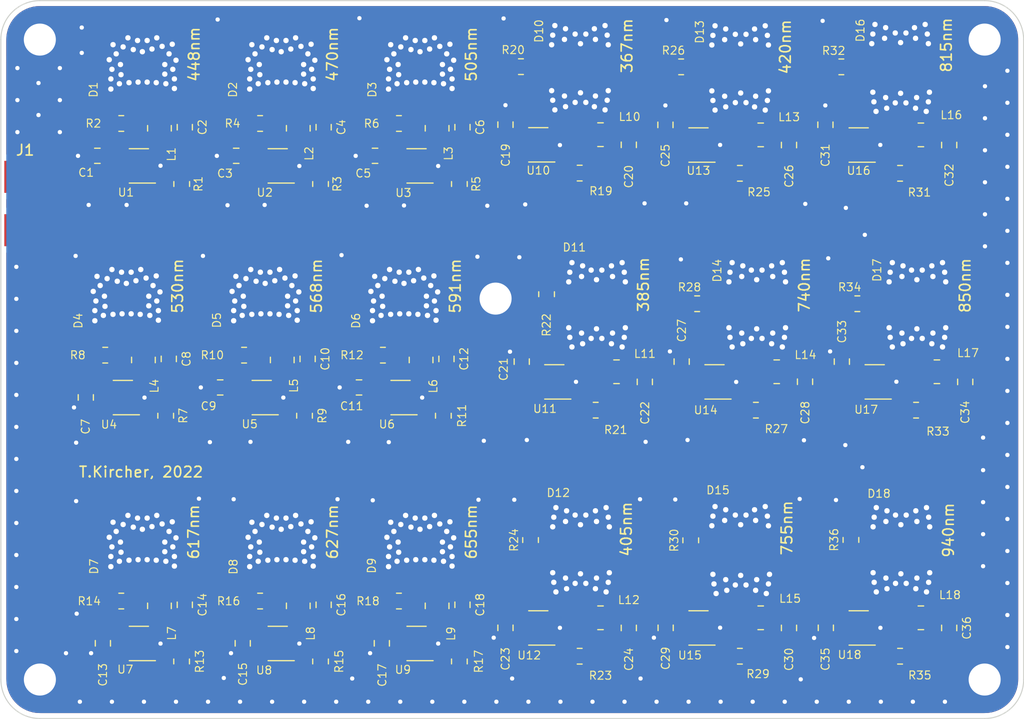
<source format=kicad_pcb>
(kicad_pcb (version 20240108) (generator "pcbnew") (generator_version "8.0")
  (layers (0 "F.Cu" signal) (31 "B.Cu" signal) (34 "B.Paste" user) (35 "F.Paste" user) (36 "B.SilkS" user "B.Silkscreen") (37 "F.SilkS" user "F.Silkscreen") (38 "B.Mask" user) (39 "F.Mask" user) (44 "Edge.Cuts" user))
  (net 0 "")
  (net 1 "GND")
  (net 2 "+5V")
  (net 3 "Net-(D1-Pad1)")
  (net 4 "Net-(L1-Pad1)")
  (net 5 "PWM0")
  (net 6 "Net-(C2-Pad1)")
  (net 7 "Net-(C4-Pad1)")
  (net 8 "Net-(C6-Pad1)")
  (net 9 "Net-(C10-Pad1)")
  (net 10 "Net-(C8-Pad1)")
  (net 11 "Net-(C12-Pad1)")
  (net 12 "Net-(C16-Pad1)")
  (net 13 "Net-(C14-Pad1)")
  (net 14 "Net-(C18-Pad1)")
  (net 15 "Net-(D2-Pad1)")
  (net 16 "Net-(D3-Pad1)")
  (net 17 "Net-(D4-Pad1)")
  (net 18 "Net-(D5-Pad1)")
  (net 19 "Net-(D6-Pad1)")
  (net 20 "Net-(D7-Pad1)")
  (net 21 "Net-(D8-Pad1)")
  (net 22 "Net-(D9-Pad1)")
  (net 23 "Net-(L2-Pad1)")
  (net 24 "Net-(L3-Pad1)")
  (net 25 "Net-(L4-Pad1)")
  (net 26 "Net-(L5-Pad1)")
  (net 27 "Net-(L6-Pad1)")
  (net 28 "Net-(L7-Pad1)")
  (net 29 "Net-(L8-Pad1)")
  (net 30 "Net-(L9-Pad1)")
  (net 31 "PWM6")
  (net 32 "PWM3")
  (net 33 "PWM1")
  (net 34 "PWM4")
  (net 35 "PWM7")
  (net 36 "PWM2")
  (net 37 "PWM5")
  (net 38 "PWM8")
  (net 39 "Net-(C22-Pad1)")
  (net 40 "Net-(C24-Pad1)")
  (net 41 "Net-(C28-Pad1)")
  (net 42 "Net-(C30-Pad1)")
  (net 43 "Net-(C34-Pad1)")
  (net 44 "Net-(C36-Pad1)")
  (net 45 "Net-(D11-Pad1)")
  (net 46 "Net-(D12-Pad1)")
  (net 47 "Net-(D13-Pad1)")
  (net 48 "Net-(D14-Pad1)")
  (net 49 "Net-(D15-Pad1)")
  (net 50 "Net-(D16-Pad1)")
  (net 51 "Net-(D18-Pad1)")
  (net 52 "Net-(L10-Pad1)")
  (net 53 "Net-(L11-Pad1)")
  (net 54 "Net-(L12-Pad1)")
  (net 55 "Net-(L13-Pad1)")
  (net 56 "Net-(L14-Pad1)")
  (net 57 "Net-(L15-Pad1)")
  (net 58 "Net-(L16-Pad1)")
  (net 59 "Net-(L17-Pad1)")
  (net 60 "Net-(L18-Pad1)")
  (net 61 "Net-(D10-Pad1)")
  (net 62 "Net-(D17-Pad1)")
  (net 63 "Net-(C20-Pad1)")
  (net 64 "Net-(C26-Pad1)")
  (net 65 "Net-(C32-Pad1)")
  (net 66 "PWM9")
  (net 67 "PWM10")
  (net 68 "PWM11")
  (net 69 "PWM12")
  (net 70 "PWM13")
  (net 71 "PWM14")
  (net 72 "PWM15")
  (net 73 "PWM16")
  (net 74 "PWM17")
  (footprint "MultiSpectLED:SOT-23-5" (layer "F.Cu") (at 107.25 79.19 180)
    (property "Reference" "U10")
    (property "Value" "PAM2804" (hide yes))
  )
  (footprint "Connector_Wire:SolderWirePad_1x01_SMD_1x2mm" (layer "F.Cu") (at 110.215 83.75 90)
    (property "Reference" "JP10" (hide yes))
    (property "Value" "Conn_01x01_Female" (hide yes))
  )
  (footprint "Resistor_SMD:R_0805_2012Metric" (layer "F.Cu") (at 73.86 82.8625 90)
    (property "Reference" "R1")
    (property "Value" "100k" (hide yes))
  )
  (footprint "MultiSpectLED:C_0805_2012Metric" (layer "F.Cu") (at 90.4625 101.925)
    (property "Reference" "C11")
    (property "Value" "10uF" (hide yes))
  )
  (footprint "Resistor_SMD:R_0805_2012Metric" (layer "F.Cu") (at 122.125 94.08 180)
    (property "Reference" "R28")
    (property "Value" "0.2" (hide yes))
  )
  (footprint "Resistor_SMD:R_0805_2012Metric" (layer "F.Cu") (at 111.125 81.84)
    (property "Reference" "R19")
    (property "Value" "100k" (hide yes))
  )
  (footprint "MultiSpectLED:SOT-23-5" (layer "F.Cu") (at 137.25 79.21 180)
    (property "Reference" "U16")
    (property "Value" "PAM2804" (hide yes))
  )
  (footprint "Resistor_SMD:R_0805_2012Metric" (layer "F.Cu") (at 111.125 127.11)
    (property "Reference" "R23")
    (property "Value" "100k" (hide yes))
  )
  (footprint "MultiSpectLED:C_0805_2012Metric" (layer "F.Cu") (at 66.48 125.8975 90)
    (property "Reference" "C13")
    (property "Value" "10uF" (hide yes))
  )
  (footprint "MultiSpectLED:LuxeonRebelColor" (layer "F.Cu") (at 96.225 116.665 -90)
    (property "Reference" "D9")
    (property "Value" "655nm")
  )
  (footprint "MultiSpectLED:C_0805_2012Metric" (layer "F.Cu") (at 135.675 99.505 -90)
    (property "Reference" "C33")
    (property "Value" "10uF" (hide yes))
  )
  (footprint "Resistor_SMD:R_0805_2012Metric" (layer "F.Cu") (at 98.36 104.575 90)
    (property "Reference" "R11")
    (property "Value" "100k" (hide yes))
  )
  (footprint "Resistor_SMD:R_0805_2012Metric" (layer "F.Cu") (at 94.2 121.94 180)
    (property "Reference" "R18")
    (property "Value" "0.2" (hide yes))
  )
  (footprint "MultiSpectLED:QT_Brightek_QBHP684" (layer "F.Cu") (at 127.7 94.18)
    (property "Reference" "D14")
    (property "Value" "740nm")
  )
  (footprint "MultiSpectLED:C_0805_2012Metric" (layer "F.Cu") (at 130.725 79.21 -90)
    (property "Reference" "C26")
    (property "Value" "10uF" (hide yes))
  )
  (footprint "Resistor_SMD:R_0805_2012Metric" (layer "F.Cu") (at 73.85 127.6 90)
    (property "Reference" "R13")
    (property "Value" "100k" (hide yes))
  )
  (footprint "Resistor_SMD:R_0805_2012Metric" (layer "F.Cu") (at 135.625 71.885 180)
    (property "Reference" "R32")
    (property "Value" "0.2" (hide yes))
  )
  (footprint "MultiSpectLED:C_0805_2012Metric" (layer "F.Cu") (at 119.155 77.32 -90)
    (property "Reference" "C25")
    (property "Value" "10uF" (hide yes))
  )
  (footprint "MultiSpectLED:SOT-23-5" (layer "F.Cu") (at 82.85 81.165 180)
    (property "Reference" "U2")
    (property "Value" "PAM2804" (hide yes))
  )
  (footprint "Resistor_SMD:R_0805_2012Metric" (layer "F.Cu") (at 86.86 127.6 90)
    (property "Reference" "R15")
    (property "Value" "100k" (hide yes))
  )
  (footprint "MultiSpectLED:L_1007_2518Metric" (layer "F.Cu") (at 128.075 78.26)
    (property "Reference" "L13")
    (property "Value" "4.7u" (hide yes))
  )
  (footprint "MultiSpectLED:C_0805_2012Metric" (layer "F.Cu") (at 132.225 101.39 -90)
    (property "Reference" "C28")
    (property "Value" "10uF" (hide yes))
  )
  (footprint "Resistor_SMD:R_0805_2012Metric" (layer "F.Cu") (at 137.125 94.08 180)
    (property "Reference" "R34")
    (property "Value" "0.2" (hide yes))
  )
  (footprint "Resistor_SMD:R_0805_2012Metric" (layer "F.Cu") (at 127.625 104.055)
    (property "Reference" "R27")
    (property "Value" "100k" (hide yes))
  )
  (footprint "MultiSpectLED:L_1007_2518Metric" (layer "F.Cu") (at 114.575 100.455)
    (property "Reference" "L11")
    (property "Value" "4.7u" (hide yes))
  )
  (footprint "MultiSpectLED:LuxeonRebelColor" (layer "F.Cu") (at 96.225 71.915 -90)
    (property "Reference" "D3")
    (property "Value" "505nm")
  )
  (footprint "MultiSpectLED:SOT-23-5" (layer "F.Cu") (at 95.85 81.165 180)
    (property "Reference" "U3")
    (property "Value" "PAM2804" (hide yes))
  )
  (footprint "MultiSpectLED:L_1007_2518Metric" (layer "F.Cu") (at 84.775 77.64 90)
    (property "Reference" "L2")
    (property "Value" "4.7u" (hide yes))
  )
  (footprint "Resistor_SMD:R_0805_2012Metric" (layer "F.Cu") (at 81.2 121.94 180)
    (property "Reference" "R16")
    (property "Value" "0.2" (hide yes))
  )
  (footprint "MultiSpectLED:C_0805_2012Metric" (layer "F.Cu") (at 134.175 124.45 90)
    (property "Reference" "C35")
    (property "Value" "10uF" (hide yes))
  )
  (footprint "MultiSpectLED:C_0805_2012Metric" (layer "F.Cu") (at 104.175 77.3 -90)
    (property "Reference" "C19")
    (property "Value" "10uF" (hide yes))
  )
  (footprint "MultiSpectLED:SOT-23-5" (layer "F.Cu") (at 107.25 124.46 180)
    (property "Reference" "U12")
    (property "Value" "PAM2804" (hide yes))
  )
  (footprint "MultiSpectLED:SOT-23-5" (layer "F.Cu") (at 69.85 81.165 180)
    (property "Reference" "U1")
    (property "Value" "PAM2804" (hide yes))
  )
  (footprint "MultiSpectLED:SOT-23-5" (layer "F.Cu") (at 122.25 124.46 180)
    (property "Reference" "U15")
    (property "Value" "PAM2804" (hide yes))
  )
  (footprint "Resistor_SMD:R_0805_2012Metric" (layer "F.Cu") (at 86.86 82.8625 90)
    (property "Reference" "R3")
    (property "Value" "100k" (hide yes))
  )
  (footprint "MultiSpectLED:SeoulViosys_CUN6GF1A" (layer "F.Cu") (at 111.2 71.965 180)
    (property "Reference" "D10")
    (property "Value" "367nm")
  )
  (footprint "MultiSpectLED:C_0805_2012Metric" (layer "F.Cu") (at 130.725 124.46 -90)
    (property "Reference" "C30")
    (property "Value" "10uF" (hide yes))
  )
  (footprint "MultiSpectLED:C_0805_2012Metric" (layer "F.Cu") (at 105.7 99.505 -90)
    (property "Reference" "C21")
    (property "Value" "10uF" (hide yes))
  )
  (footprint "MultiSpectLED:LuxeonRebelColor" (layer "F.Cu") (at 83.225 71.915 -90)
    (property "Reference" "D2")
    (property "Value" "470nm")
  )
  (footprint "Resistor_SMD:R_0805_2012Metric" (layer "F.Cu") (at 136.525 116.2125 90)
    (property "Reference" "R36")
    (property "Value" "0.2" (hide yes))
  )
  (footprint "Resistor_SMD:R_0805_2012Metric" (layer "F.Cu") (at 85.36 104.575 90)
    (property "Reference" "R9")
    (property "Value" "100k" (hide yes))
  )
  (footprint "MultiSpectLED:C_0805_2012Metric" (layer "F.Cu") (at 145.725 79.21 -90)
    (property "Reference" "C32")
    (property "Value" "10uF" (hide yes))
  )
  (footprint "MultiSpectLED:C_0805_2012Metric" (layer "F.Cu") (at 120.675 99.505 -90)
    (property "Reference" "C27")
    (property "Value" "10uF" (hide yes))
  )
  (footprint "Connector_Wire:SolderWirePad_1x01_SMD_1x2mm" (layer "F.Cu") (at 84.39 128.53 90)
    (property "Reference" "JP8" (hide yes))
    (property "Value" "Conn_01x01_Female" (hide yes))
  )
  (footprint "Resistor_SMD:R_0805_2012Metric" (layer "F.Cu") (at 94.2 77.19 180)
    (property "Reference" "R6")
    (property "Value" "0.2" (hide yes))
  )
  (footprint "Resistor_SMD:R_0805_2012Metric" (layer "F.Cu") (at 79.7 98.9 180)
    (property "Reference" "R10")
    (property "Value" "0.2" (hide yes))
  )
  (footprint "MultiSpectLED:C_0805_2012Metric" (layer "F.Cu") (at 117.225 101.405 -90)
    (property "Reference" "C22")
    (property "Value" "10uF" (hide yes))
  )
  (footprint "MultiSpectLED:C_0805_2012Metric" (layer "F.Cu") (at 119.175 124.45 90)
    (property "Reference" "C29")
    (property "Value" "10uF" (hide yes))
  )
  (footprint "MultiSpectLED:C_0805_2012Metric" (layer "F.Cu") (at 147.225 101.405 -90)
    (property "Reference" "C34")
    (property "Value" "10uF" (hide yes))
  )
  (footprint "MultiSpectLED:C_0805_2012Metric" (layer "F.Cu") (at 92.6 125.9 90)
    (property "Reference" "C17")
    (property "Value" "10uF" (hide yes))
  )
  (footprint "Connector_Wire:SolderWirePad_1x01_SMD_1x2mm" (layer "F.Cu") (at 126.71 105.99 90)
    (property "Reference" "JP14" (hide yes))
    (property "Value" "Conn_01x01_Female" (hide yes))
  )
  (footprint "MultiSpectLED:C_0805_2012Metric" (layer "F.Cu") (at 85.65 99.25 -90)
    (property "Reference" "C10")
    (property "Value" "10uF" (hide yes))
  )
  (footprint "MultiSpectLED:L_1007_2518Metric" (layer "F.Cu") (at 144.575 100.455)
    (property "Reference" "L17")
    (property "Value" "4.7u" (hide yes))
  )
  (footprint "MultiSpectLED:SeoulViosys_CUN6GF1A" (layer "F.Cu") (at 126.2 71.985 180)
    (property "Reference" "D13")
    (property "Value" "420nm")
  )
  (footprint "Connector_Wire:SolderWirePad_1x01_SMD_1x2mm" (layer "F.Cu") (at 71.39 128.53 90)
    (property "Reference" "JP7" (hide yes))
    (property "Value" "Conn_01x01_Female" (hide yes))
  )
  (footprint "MultiSpectLED:C_0805_2012Metric" (layer "F.Cu") (at 79.575 125.9 90)
    (property "Reference" "C15")
    (property "Value" "10uF" (hide yes))
  )
  (footprint "MultiSpectLED:SOT-23-5" (layer "F.Cu") (at 138.75 101.405 180)
    (property "Reference" "U17")
    (property "Value" "PAM2804" (hide yes))
  )
  (footprint "Connector_Wire:SolderWirePad_1x01_SMD_1x2mm" (layer "F.Cu") (at 125.215 83.75 90)
    (property "Reference" "JP13" (hide yes))
    (property "Value" "Conn_01x01_Female" (hide yes))
  )
  (footprint "MultiSpectLED:L_1007_2518Metric" (layer "F.Cu") (at 83.275 99.35 90)
    (property "Reference" "L5")
    (property "Value" "4.7u" (hide yes))
  )
  (footprint "MultiSpectLED:QT_Brightek_QBHP684" (layer "F.Cu") (at 142.7 94.18)
    (property "Reference" "D17")
    (property "Value" "850nm")
  )
  (footprint "MultiSpectLED:L_1007_2518Metric" (layer "F.Cu") (at 97.775 77.64 90)
    (property "Reference" "L3")
    (property "Value" "4.7u" (hide yes))
  )
  (footprint "MultiSpectLED:C_0805_2012Metric" (layer "F.Cu") (at 72.65 99.25 -90)
    (property "Reference" "C8")
    (property "Value" "10uF" (hide yes))
  )
  (footprint "CM4IO:Power_SMD_edge" (layer "F.Cu") (at 59.75 84.69)
    (property "Reference" "J1")
    (property "Value" "Main_power" (hide yes))
  )
  (footprint "MultiSpectLED:SOT-23-5" (layer "F.Cu") (at 122.25 79.21 180)
    (property "Reference" "U13")
    (property "Value" "PAM2804" (hide yes))
  )
  (footprint "MultiSpectLED:L_1007_2518Metric" (layer "F.Cu") (at 143.075 78.26)
    (property "Reference" "L16")
    (property "Value" "4.7u" (hide yes))
  )
  (footprint "MultiSpectLED:L_1007_2518Metric" (layer "F.Cu") (at 71.775 77.64 90)
    (property "Reference" "L1")
    (property "Value" "4.7u" (hide yes))
  )
  (footprint "MultiSpectLED:C_0805_2012Metric" (layer "F.Cu") (at 134.135 77.31 -90)
    (property "Reference" "C31")
    (property "Value" "10uF" (hide yes))
  )
  (footprint "MultiSpectLED:SOT-23-5" (layer "F.Cu") (at 68.35 102.875 180)
    (property "Reference" "U4")
    (property "Value" "PAM2804" (hide yes))
  )
  (footprint "MultiSpectLED:SOT-23-5" (layer "F.Cu") (at 108.75 101.405 180)
    (property "Reference" "U11")
    (property "Value" "PAM2804" (hide yes))
  )
  (footprint "Resistor_SMD:R_0805_2012Metric" (layer "F.Cu") (at 141.125 127.11)
    (property "Reference" "R35")
    (property "Value" "100k" (hide yes))
  )
  (footprint "Connector_Wire:SolderWirePad_1x01_SMD_1x2mm" (layer "F.Cu") (at 69.89 105.49 90)
    (property "Reference" "JP4" (hide yes))
    (property "Value" "Conn_01x01_Female" (hide yes))
  )
  (footprint "MultiSpectLED:L_1007_2518Metric" (layer "F.Cu") (at 84.775 122.39 90)
    (property "Reference" "L8")
    (property "Value" "4.7u" (hide yes))
  )
  (footprint "MultiSpectLED:SOT-23-5" (layer "F.Cu") (at 82.85 125.915 180)
    (property "Reference" "U8")
    (property "Value" "PAM2804" (hide yes))
  )
  (footprint "Resistor_SMD:R_0805_2012Metric" (layer "F.Cu") (at 142.625 104.055)
    (property "Reference" "R33")
    (property "Value" "100k" (hide yes))
  )
  (footprint "Connector_Wire:SolderWirePad_1x01_SMD_1x2mm" (layer "F.Cu") (at 95.89 105.49 90)
    (property "Reference" "JP6" (hide yes))
    (property "Value" "Conn_01x01_Female" (hide yes))
  )
  (footprint "MultiSpectLED:C_0805_2012Metric" (layer "F.Cu") (at 115.725 79.19 -90)
    (property "Reference" "C20")
    (property "Value" "10uF" (hide yes))
  )
  (footprint "MultiSpectLED:L_1007_2518Metric" (layer "F.Cu") (at 128.075 123.51)
    (property "Reference" "L15")
    (property "Value" "4.7u" (hide yes))
  )
  (footprint "MultiSpectLED:SOT-23-5" (layer "F.Cu") (at 123.75 101.405 180)
    (property "Reference" "U14")
    (property "Value" "PAM2804" (hide yes))
  )
  (footprint "MultiSpectLED:L_1007_2518Metric" (layer "F.Cu") (at 143.075 123.51)
    (property "Reference" "L18")
    (property "Value" "4.7u" (hide yes))
  )
  (footprint "MultiSpectLED:C_0805_2012Metric" (layer "F.Cu") (at 115.725 124.46 -90)
    (property "Reference" "C24")
    (property "Value" "10uF" (hide yes))
  )
  (footprint "MultiSpectLED:C_0805_2012Metric" (layer "F.Cu") (at 74.15 77.54 -90)
    (property "Reference" "C2")
    (property "Value" "10uF" (hide yes))
  )
  (footprint "MultiSpectLED:LuxeonRebelColor" (layer "F.Cu") (at 70.225 116.665 -90)
    (property "Reference" "D7")
    (property "Value" "617nm")
  )
  (footprint "Connector_Wire:SolderWirePad_1x01_SMD_1x2mm" (layer "F.Cu") (at 125.2 129.11 90)
    (property "Reference" "JP15" (hide yes))
    (property "Value" "Conn_01x01_Female" (hide yes))
  )
  (footprint "Connector_Wire:SolderWirePad_1x01_SMD_1x2mm" (layer "F.Cu") (at 82.89 105.49 90)
    (property "Reference" "JP5" (hide yes))
    (property "Value" "Conn_01x01_Female" (hide yes))
  )
  (footprint "MultiSpectLED:SOT-23-5" (layer "F.Cu") (at 95.85 125.915 180)
    (property "Reference" "U9")
    (property "Value" "PAM2804" (hide yes))
  )
  (footprint "Connector_Wire:SolderWirePad_1x01_SMD_1x2mm" (layer "F.Cu") (at 97.39 83.78 90)
    (property "Reference" "JP3" (hide yes))
    (property "Value" "Conn_01x01_Female" (hide yes))
  )
  (footprint "MultiSpectLED:L_1007_2518Metric" (layer "F.Cu") (at 70.275 99.35 90)
    (property "Reference" "L4")
    (property "Value" "4.7u" (hide yes))
  )
  (footprint "MultiSpectLED:LuxeonRebelColor" (layer "F.Cu") (at 94.725 93.625 -90)
    (property "Reference" "D6")
    (property "Value" "591nm")
  )
  (footprint "MultiSpectLED:C_0805_2012Metric" (layer "F.Cu") (at 78.9625 80.22)
    (property "Reference" "C3")
    (property "Value" "10uF" (hide yes))
  )
  (footprint "MultiSpectLED:QT_Brightek_QBHP684" (layer "F.Cu") (at 141.2 117.135)
    (property "Reference" "D18")
    (property "Value" "940nm")
  )
  (footprint "MultiSpectLED:L_1007_2518Metric" (layer "F.Cu") (at 129.575 100.455)
    (property "Reference" "L14")
    (property "Value" "4.7u" (hide yes))
  )
  (footprint "MultiSpectLED:SOT-23-5" (layer "F.Cu") (at 137.25 124.46 180)
    (property "Reference" "U18")
    (property "Value" "PAM2804" (hide yes))
  )
  (footprint "MultiSpectLED:LuxeonRebelColor" (layer "F.Cu") (at 68.725 93.625 -90)
    (property "Reference" "D4")
    (property "Value" "530nm")
  )
  (footprint "MultiSpectLED:C_0805_2012Metric" (layer "F.Cu") (at 100.15 122.29 -90)
    (property "Reference" "C18")
    (property "Value" "10uF" (hide yes))
  )
  (footprint "Connector_Wire:SolderWirePad_1x01_SMD_1x2mm" (layer "F.Cu") (at 140.215 83.75 90)
    (property "Reference" "JP16" (hide yes))
    (property "Value" "Conn_01x01_Female" (hide yes))
  )
  (footprint "Resistor_SMD:R_0805_2012Metric" (layer "F.Cu") (at 121.525 116.25 90)
    (property "Reference" "R30")
    (property "Value" "0.2" (hide yes))
  )
  (footprint "Resistor_SMD:R_0805_2012Metric" (layer "F.Cu") (at 141.125 81.86)
    (property "Reference" "R31")
    (property "Value" "100k" (hide yes))
  )
  (footprint "MultiSpectLED:C_0805_2012Metric" (layer "F.Cu") (at 91.9625 80.22)
    (property "Reference" "C5")
    (property "Value" "10uF" (hide yes))
  )
  (footprint "Resistor_SMD:R_0805_2012Metric" (layer "F.Cu") (at 112.625 104.055)
    (property "Reference" "R21")
    (property "Value" "100k" (hide yes))
  )
  (footprint "MultiSpectLED:L_1007_2518Metric" (layer "F.Cu") (at 113.075 78.24)
    (property "Reference" "L10")
    (property "Value" "4.7u" (hide yes))
  )
  (footprint "Connector_Wire:SolderWirePad_1x01_SMD_1x2mm" (layer "F.Cu") (at 140.2 129.11 90)
    (property "Reference" "JP18" (hide yes))
    (property "Value" "Conn_01x01_Female" (hide yes))
  )
  (footprint "MultiSpectLED:C_0805_2012Metric" (layer "F.Cu") (at 74.15 122.29 -90)
    (property "Reference" "C14")
    (property "Value" "10uF" (hide yes))
  )
  (footprint "Connector_Wire:SolderWirePad_1x01_SMD_1x2mm" (layer "F.Cu") (at 84.39 83.78 90)
    (property "Reference" "JP2" (hide yes))
    (property "Value" "Conn_01x01_Female" (hide yes))
  )
  (footprint "MultiSpectLED:C_0805_2012Metric" (layer "F.Cu") (at 64.88 102.86 90)
    (property "Reference" "C7")
    (property "Value" "10uF" (hide yes))
  )
  (footprint "Resistor_SMD:R_0805_2012Metric" (layer "F.Cu") (at 68.2 121.94 180)
    (property "Reference" "R14")
    (property "Value" "0.2" (hide yes))
  )
  (footprint "MultiSpectLED:LuxeonRebelColor" (layer "F.Cu") (at 70.225 71.915 -90)
    (property "Reference" "D1")
    (property "Value" "448nm")
  )
  (footprint "MultiSpectLED:L_1007_2518Metric" (layer "F.Cu") (at 97.775 122.39 90)
    (property "Reference" "L9")
    (property "Value" "4.7u" (hide yes))
  )
  (footprint "MultiSpectLED:Everlight_ELUA3535" (layer "F.Cu") (at 111.2 117.135)
    (property "Reference" "D12")
    (property "Value" "405nm")
  )
  (footprint "MultiSpectLED:L_1007_2518Metric" (layer "F.Cu") (at 113.075 123.51)
    (property "Reference" "L12")
    (property "Value" "4.7u" (hide yes))
  )
  (footprint "MultiSpectLED:C_0805_2012Metric" (layer "F.Cu") (at 87.15 122.29 -90)
    (property "Reference" "C16")
    (property "Value" "10uF" (hide yes))
  )
  (footprint "Resistor_SMD:R_0805_2012Metric" (layer "F.Cu") (at 99.86 82.8625 90)
    (property "Reference" "R5")
    (property "Value" "100k" (hide yes))
  )
  (footprint "MultiSpectLED:C_0805_2012Metric" (layer "F.Cu") (at 77.4625 101.925)
    (property "Reference" "C9")
    (property "Value" "10uF" (hide yes))
  )
  (footprint "MultiSpectLED:C_0805_2012Metric" (layer "F.Cu") (at 100.15 77.54 -90)
    (property "Reference" "C6")
    (property "Value" "10uF" (hide yes))
  )
  (footprint "Resistor_SMD:R_0805_2012Metric" (layer "F.Cu") (at 108.025 93.1875 90)
    (property "Reference" "R22")
    (property "Value" "0.2" (hide yes))
  )
  (footprint "MultiSpectLED:C_0805_2012Metric" (layer "F.Cu") (at 87.15 77.54 -90)
    (property "Reference" "C4")
    (property "Value" "10uF" (hide yes))
  )
  (footprint "MultiSpectLED:LuxeonRebelColor" (layer "F.Cu") (at 81.725 93.625 -90)
    (property "Reference" "D5")
    (property "Value" "568nm")
  )
  (footprint "MultiSpectLED:C_0805_2012Metric" (layer "F.Cu") (at 104.175 124.45 90)
    (property "Reference" "C23")
    (property "Value" "10uF" (hide yes))
  )
  (footprint "Connector_Wire:SolderWirePad_1x01_SMD_1x2mm" (layer "F.Cu") (at 97.39 128.53 90)
    (property "Reference" "JP9" (hide yes))
    (property "Value" "Conn_01x01_Female" (hide yes))
  )
  (footprint "Connector_Wire:SolderWirePad_1x01_SMD_1x2mm" (layer "F.Cu") (at 111.71 105.99 90)
    (property "Reference" "JP11" (hide yes))
    (property "Value" "Conn_01x01_Female" (hide yes))
  )
  (footprint "MultiSpectLED:L_1007_2518Metric" (layer "F.Cu") (at 71.775 122.39 90)
    (property "Reference" "L7")
    (property "Value" "4.7u" (hide yes))
  )
  (footprint "MultiSpectLED:SOT-23-5" (layer "F.Cu") (at 69.85 125.915 180)
    (property "Reference" "U7")
    (property "Value" "PAM2804" (hide yes))
  )
  (footprint "Resistor_SMD:R_0805_2012Metric" (layer "F.Cu") (at 126.125 127.11)
    (property "Reference" "R29")
    (property "Value" "100k" (hide yes))
  )
  (footprint "CM4IO:Luminus_B90H" (layer "F.Cu") (at 141.2 71.985 90)
    (property "Reference" "D16")
    (property "Value" "815nm")
  )
  (footprint "Resistor_SMD:R_0805_2012Metric" (layer "F.Cu") (at 106.525 116.225 90)
    (property "Reference" "R24")
    (property "Value" "0.2" (hide yes))
  )
  (footprint "Resistor_SMD:R_0805_2012Metric" (layer "F.Cu") (at 81.2 77.19 180)
    (property "Reference" "R4")
    (property "Value" "0.2" (hide yes))
  )
  (footprint "Resistor_SMD:R_0805_2012Metric" (layer "F.Cu") (at 99.86 127.6 90)
    (property "Reference" "R17")
    (property "Value" "100k" (hide yes))
  )
  (footprint "MultiSpectLED:C_0805_2012Metric" (layer "F.Cu") (at 65.9625 80.22)
    (property "Reference" "C1")
    (property "Value" "10uF" (hide yes))
  )
  (footprint "Resistor_SMD:R_0805_2012Metric" (layer "F.Cu") (at 92.7 98.9 180)
    (property "Reference" "R12")
    (property "Value" "0.2" (hide yes))
  )
  (footprint "Resistor_SMD:R_0805_2012Metric" (layer "F.Cu") (at 66.7 98.9 180)
    (property "Reference" "R8")
    (property "Value" "0.2" (hide yes))
  )
  (footprint "MultiSpectLED:SOT-23-5" (layer "F.Cu") (at 94.35 102.875 180)
    (property "Reference" "U6")
    (property "Value" "PAM2804" (hide yes))
  )
  (footprint "Resistor_SMD:R_0805_2012Metric" (layer "F.Cu") (at 105.625 71.865 180)
    (property "Reference" "R20")
    (property "Value" "0.2" (hide yes))
  )
  (footprint "MultiSpectLED:C_0805_2012Metric" (layer "F.Cu") (at 98.65 99.25 -90)
    (property "Reference" "C12")
    (property "Value" "10uF" (hide yes))
  )
  (footprint "Resistor_SMD:R_0805_2012Metric" (layer "F.Cu") (at 120.625 71.885 180)
    (property "Reference" "R26")
    (property "Value" "0.2" (hide yes))
  )
  (footprint "MultiSpectLED:SOT-23-5" (layer "F.Cu") (at 81.35 102.875 180)
    (property "Reference" "U5")
    (property "Value" "PAM2804" (hide yes))
  )
  (footprint "Connector_Wire:SolderWirePad_1x01_SMD_1x2mm" (layer "F.Cu") (at 71.39 83.78 90)
    (property "Reference" "JP1" (hide yes))
    (property "Value" "Conn_01x01_Female" (hide yes))
  )
  (footprint "MultiSpectLED:Everlight_ELUA3535" (layer "F.Cu") (at 112.7 94.18)
    (property "Reference" "D11")
    (property "Value" "385nm")
  )
  (footprint "CM4IO:Stanley_FWR" (layer "F.Cu") (at 126.2 117.135 90)
    (property "Reference" "D15")
    (property "Value" "755nm")
  )
  (footprint "MultiSpectLED:L_1007_2518Metric" (layer "F.Cu") (at 96.275 99.35 90)
    (property "Reference" "L6")
    (property "Value" "4.7u" (hide yes))
  )
  (footprint "Resistor_SMD:R_0805_2012Metric" (layer "F.Cu") (at 72.36 104.575 90)
    (property "Reference" "R7")
    (property "Value" "100k" (hide yes))
  )
  (footprint "Resistor_SMD:R_0805_2012Metric" (layer "F.Cu") (at 68.2 77.19 180)
    (property "Reference" "R2")
    (property "Value" "0.2" (hide yes))
  )
  (footprint "Resistor_SMD:R_0805_2012Metric" (layer "F.Cu") (at 126.125 81.86)
    (property "Reference" "R25")
    (property "Value" "100k" (hide yes))
  )
  (footprint "MultiSpectLED:LuxeonRebelColor" (layer "F.Cu") (at 83.225 116.665 -90)
    (property "Reference" "D8")
    (property "Value" "627nm")
  )
  (footprint "MultiSpectLED:C_0805_2012Metric" (layer "F.Cu") (at 145.725 124.46 -90)
    (property "Reference" "C36")
    (property "Value" "10uF" (hide yes))
  )
  (footprint "Connector_Wire:SolderWirePad_1x01_SMD_1x2mm" (layer "F.Cu") (at 110.215 129.11 90)
    (property "Reference" "JP12" (hide yes))
    (property "Value" "Conn_01x01_Female" (hide yes))
  )
  (footprint "Connector_Wire:SolderWirePad_1x01_SMD_1x2mm" (layer "F.Cu") (at 141.71 105.99 90)
    (property "Reference" "JP17" (hide yes))
    (property "Value" "Conn_01x01_Female" (hide yes))
  )
  (gr_arc (start 56.925 69.33) (mid 57.99406 66.74906) (end 60.575 65.68) (stroke (width 0.1)) (layer "Edge.Cuts"))
  (gr_arc (start 152.695 129.295) (mid 151.62594 131.87594) (end 149.045 132.945) (stroke (width 0.1)) (layer "Edge.Cuts"))
  (gr_line (start 149.045 65.68) (end 60.575 65.68) (stroke (width 0.1)) (layer "Edge.Cuts"))
  (gr_line (start 56.925 69.33) (end 56.93 129.295) (stroke (width 0.1)) (layer "Edge.Cuts"))
  (gr_arc (start 60.575 132.945) (mid 57.99656 131.874904) (end 56.93 129.295) (stroke (width 0.1)) (layer "Edge.Cuts"))
  (gr_arc (start 149.045 65.68) (mid 151.62594 66.74906) (end 152.695 69.33) (stroke (width 0.1)) (layer "Edge.Cuts"))
  (gr_line (start 60.575 132.945) (end 149.045 132.945) (stroke (width 0.1)) (layer "Edge.Cuts"))
  (gr_line (start 152.695 129.295) (end 152.695 69.33) (stroke (width 0.1)) (layer "Edge.Cuts"))
  (gr_text "T.Kircher, 2022" (at 70.05 109.85 0) (layer "F.SilkS") (effects (font (size 1 1))))
  (segment (start 71.875 125.925) (end 71.865 125.915) (width 0.4) (layer "F.Cu") (net 1))
  (segment (start 110.775 101.405) (end 109.85 101.405) (width 0.6) (layer "F.Cu") (net 1))
  (segment (start 138.35 79.21) (end 139.265 79.21) (width 0.6) (layer "F.Cu") (net 1))
  (segment (start 124.255 124.46) (end 124.275 124.44) (width 0.6) (layer "F.Cu") (net 1))
  (segment (start 109.265 124.46) (end 109.275 124.45) (width 0.6) (layer "F.Cu") (net 1))
  (segment (start 123.35 124.46) (end 124.255 124.46) (width 0.6) (layer "F.Cu") (net 1))
  (segment (start 109.25 79.19) (end 108.35 79.19) (width 0.6) (layer "F.Cu") (net 1))
  (segment (start 123.35 79.21) (end 124.265 79.21) (width 0.6) (layer "F.Cu") (net 1))
  (segment (start 71.865 125.915) (end 70.95 125.915) (width 0.4) (layer "F.Cu") (net 1))
  (segment (start 84.865 125.915) (end 83.95 125.915) (width 0.4) (layer "F.Cu") (net 1))
  (segment (start 140.765 101.405) (end 139.85 101.405) (width 0.6) (layer "F.Cu") (net 1))
  (segment (start 97.875 81.175) (end 97.865 81.165) (width 0.4) (layer "F.Cu") (net 1))
  (segment (start 140.78 101.39) (end 140.765 101.405) (width 0.6) (layer "F.Cu") (net 1))
  (segment (start 84.875 81.175) (end 84.865 81.165) (width 0.4) (layer "F.Cu") (net 1))
  (segment (start 97.865 125.915) (end 96.95 125.915) (width 0.4) (layer "F.Cu") (net 1))
  (segment (start 124.265 79.21) (end 124.275 79.2) (width 0.6) (layer "F.Cu") (net 1))
  (segment (start 109.275 79.215) (end 109.25 79.19) (width 0.6) (layer "F.Cu") (net 1))
  (segment (start 70.375 102.875) (end 69.45 102.875) (width 0.4) (layer "F.Cu") (net 1))
  (segment (start 97.875 125.925) (end 97.865 125.915) (width 0.4) (layer "F.Cu") (net 1))
  (segment (start 84.865 81.165) (end 83.95 81.165) (width 0.4) (layer "F.Cu") (net 1))
  (segment (start 125.775 101.405) (end 124.85 101.405) (width 0.6) (layer "F.Cu") (net 1))
  (segment (start 139.275 124.46) (end 139.285 124.45) (width 0.6) (layer "F.Cu") (net 1))
  (segment (start 83.375 102.875) (end 82.45 102.875) (width 0.4) (layer "F.Cu") (net 1))
  (segment (start 71.86 81.165) (end 70.95 81.165) (width 0.4) (layer "F.Cu") (net 1))
  (segment (start 96.375 102.875) (end 95.45 102.875) (width 0.4) (layer "F.Cu") (net 1))
  (segment (start 139.265 79.21) (end 139.275 79.2) (width 0.6) (layer "F.Cu") (net 1))
  (segment (start 138.35 124.46) (end 139.275 124.46) (width 0.6) (layer "F.Cu") (net 1))
  (segment (start 97.865 81.165) (end 96.95 81.165) (width 0.4) (layer "F.Cu") (net 1))
  (segment (start 71.875 81.15) (end 71.86 81.165) (width 0.4) (layer "F.Cu") (net 1))
  (segment (start 84.875 125.925) (end 84.865 125.915) (width 0.4) (layer "F.Cu") (net 1))
  (segment (start 110.78 101.4) (end 110.775 101.405) (width 0.6) (layer "F.Cu") (net 1))
  (segment (start 108.35 124.46) (end 109.265 124.46) (width 0.6) (layer "F.Cu") (net 1))
  (segment (start 125.78 101.41) (end 125.775 101.405) (width 0.6) (layer "F.Cu") (net 1))
  (via (at 151.175 72.25) (size 0.8) (drill 0.4) (layers "F.Cu" "B.Cu") (net 1))
  (via (at 75.65 101.925) (size 0.8) (drill 0.4) (layers "F.Cu" "B.Cu") (net 1))
  (via (at 149.045 69.33) (size 3.8) (drill 3) (layers "F.Cu" "B.Cu") (net 1))
  (via (at 121.1 84.675) (size 0.8) (drill 0.4) (layers "F.Cu" "B.Cu") (net 1))
  (via (at 133.075 125.4) (size 0.8) (drill 0.4) (layers "F.Cu" "B.Cu") (net 1))
  (via (at 116.825 129.2) (size 0.8) (drill 0.4) (layers "F.Cu" "B.Cu") (net 1))
  (via (at 58.375 96.625) (size 0.8) (drill 0.4) (layers "F.Cu" "B.Cu") (net 1))
  (via (at 149.075 73.7) (size 0.8) (drill 0.4) (layers "F.Cu" "B.Cu") (net 1))
  (via (at 131.825 129.275) (size 0.8) (drill 0.4) (layers "F.Cu" "B.Cu") (net 1))
  (via (at 90.5 67.325) (size 0.8) (drill 0.4) (layers "F.Cu" "B.Cu") (net 1))
  (via (at 139.325 131.375) (size 0.8) (drill 0.4) (layers "F.Cu" "B.Cu") (net 1))
  (via (at 149.075 79.7) (size 0.8) (drill 0.4) (layers "F.Cu" "B.Cu") (net 1))
  (via (at 78.15 84.85) (size 0.8) (drill 0.4) (layers "F.Cu" "B.Cu") (net 1))
  (via (at 58.375 111.625) (size 0.8) (drill 0.4) (layers "F.Cu" "B.Cu") (net 1))
  (via (at 127.325 131.375) (size 0.8) (drill 0.4) (layers "F.Cu" "B.Cu") (net 1))
  (via (at 75.475 112.35) (size 0.8) (drill 0.4) (layers "F.Cu" "B.Cu") (net 1))
  (via (at 151.175 123.25) (size 0.8) (drill 0.4) (layers "F.Cu" "B.Cu") (net 1))
  (via (at 133.875 67.575) (size 0.8) (drill 0.4) (layers "F.Cu" "B.Cu") (net 1))
  (via (at 104.8 129.2) (size 0.8) (drill 0.4) (layers "F.Cu" "B.Cu") (net 1))
  (via (at 145.325 131.375) (size 0.8) (drill 0.4) (layers "F.Cu" "B.Cu") (net 1))
  (via (at 134.4 89.825) (size 0.8) (drill 0.4) (layers "F.Cu" "B.Cu") (net 1))
  (via (at 109.275 79.215) (size 0.8) (drill 0.4) (layers "F.Cu" "B.Cu") (net 1))
  (via (at 58.375 93.625) (size 0.8) (drill 0.4) (layers "F.Cu" "B.Cu") (net 1))
  (via (at 120.6 89.925) (size 0.8) (drill 0.4) (layers "F.Cu" "B.Cu") (net 1))
  (via (at 77.15 80.225) (size 0.8) (drill 0.4) (layers "F.Cu" "B.Cu") (net 1))
  (via (at 105.475 89.725) (size 0.8) (drill 0.4) (layers "F.Cu" "B.Cu") (net 1))
  (via (at 142.325 131.375) (size 0.8) (drill 0.4) (layers "F.Cu" "B.Cu") (net 1))
  (via (at 64.325 131.375) (size 0.8) (drill 0.4) (layers "F.Cu" "B.Cu") (net 1))
  (via (at 58.375 108.625) (size 0.8) (drill 0.4) (layers "F.Cu" "B.Cu") (net 1))
  (via (at 135.125 112.475) (size 0.8) (drill 0.4) (layers "F.Cu" "B.Cu") (net 1))
  (via (at 106.175 106.85) (size 0.8) (drill 0.4) (layers "F.Cu" "B.Cu") (net 1))
  (via (at 121.325 131.375) (size 0.8) (drill 0.4) (layers "F.Cu" "B.Cu") (net 1))
  (via (at 76.5 107.05) (size 0.8) (drill 0.4) (layers "F.Cu" "B.Cu") (net 1))
  (via (at 96.375 102.875) (size 0.8) (drill 0.4) (layers "F.Cu" "B.Cu") (net 1))
  (via (at 151.175 114.25) (size 0.8) (drill 0.4) (layers "F.Cu" "B.Cu") (net 1))
  (via (at 58.375 117.625) (size 0.8) (drill 0.4) (layers "F.Cu" "B.Cu") (net 1))
  (via (at 63.775 103.8) (size 0.8) (drill 0.4) (layers "F.Cu" "B.Cu") (net 1))
  (via (at 124.325 131.375) (size 0.8) (drill 0.4) (layers "F.Cu" "B.Cu") (net 1))
  (via (at 151.175 90.25) (size 0.8) (drill 0.4) (layers "F.Cu" "B.Cu") (net 1))
  (via (at 149.045 129.295) (size 3.8) (drill 3) (layers "F.Cu" "B.Cu") (net 1))
  (via (at 77.225 67.45) (size 0.8) (drill 0.4) (layers "F.Cu" "B.Cu") (net 1))
  (via (at 65.15 84.825) (size 0.8) (drill 0.4) (layers "F.Cu" "B.Cu") (net 1))
  (via (at 125.78 101.41) (size 0.8) (drill 0.4) (layers "F.Cu" "B.Cu") (net 1))
  (via (at 115.325 131.375) (size 0.8) (drill 0.4) (layers "F.Cu" "B.Cu") (net 1))
  (via (at 91.5 126.825) (size 0.8) (drill 0.4) (layers "F.Cu" "B.Cu") (net 1))
  (via (at 64.5 68.2) (size 0.8) (drill 0.4) (layers "F.Cu" "B.Cu") (net 1))
  (via (at 136 107.325) (size 0.8) (drill 0.4) (layers "F.Cu" "B.Cu") (net 1))
  (via (at 64.5 70.575) (size 0.8) (drill 0.4) (layers "F.Cu" "B.Cu") (net 1))
  (via (at 60.45 73.4) (size 0.8) (drill 0.4) (layers "F.Cu" "B.Cu") (net 1))
  (via (at 151.175 120.25) (size 0.8) (drill 0.4) (layers "F.Cu" "B.Cu") (net 1))
  (via (at 94.675 84.875) (size 0.8) (drill 0.4) (layers "F.Cu" "B.Cu") (net 1))
  (via (at 137.825 87.625) (size 0.8) (drill 0.4) (layers "F.Cu" "B.Cu") (net 1))
  (via (at 109.325 131.375) (size 0.8) (drill 0.4) (layers "F.Cu" "B.Cu") (net 1))
  (via (at 88.325 131.375) (size 0.8) (drill 0.4) (layers "F.Cu" "B.Cu") (net 1))
  (via (at 83.375 102.875) (size 0.8) (drill 0.4) (layers "F.Cu" "B.Cu") (net 1))
  (via (at 97.875 125.925) (size 0.8) (drill 0.4) (layers "F.Cu" "B.Cu") (net 1))
  (via (at 116.775 112.4) (size 0.8) (drill 0.4) (layers "F.Cu" "B.Cu") (net 1))
  (via (at 103.075 125.375) (size 0.8) (drill 0.4) (layers "F.Cu" "B.Cu") (net 1))
  (via (at 151.175 117.25) (size 0.8) (drill 0.4) (layers "F.Cu" "B.Cu") (net 1))
  (via (at 58.375 123.625) (size 0.8) (drill 0.4) (layers "F.Cu" "B.Cu") (net 1))
  (via (at 88.65 101.925) (size 0.8) (drill 0.4) (layers "F.Cu" "B.Cu") (net 1))
  (via (at 81.625 84.825) (size 0.8) (drill 0.4) (layers "F.Cu" "B.Cu") (net 1))
  (via (at 63.975 112.575) (size 0.8) (drill 0.4) (layers "F.Cu" "B.Cu") (net 1))
  (via (at 68.7 84.825) (size 0.8) (drill 0.4) (layers "F.Cu" "B.Cu") (net 1))
  (via (at 105 112.45) (size 0.8) (drill 0.4) (layers "F.Cu" "B.Cu") (net 1))
  (via (at 88.825 89.525) (size 0.8) (drill 0.4) (layers "F.Cu" "B.Cu") (net 1))
  (via (at 84.875 125.925) (size 0.8) (drill 0.4) (layers "F.Cu" "B.Cu") (net 1))
  (via (at 119.575 98.55) (size 0.8) (drill 0.4) (layers "F.Cu" "B.Cu") (net 1))
  (via (at 139.285 124.45) (size 0.8) (drill 0.4) (layers "F.Cu" "B.Cu") (net 1))
  (via (at 106.025 84.775) (size 0.8) (drill 0.4) (layers "F.Cu" "B.Cu") (net 1))
  (via (at 102.15 106.925) (size 0.8) (drill 0.4) (layers "F.Cu" "B.Cu") (net 1))
  (via (at 151.175 111.25) (size 0.8) (drill 0.4) (layers "F.Cu" "B.Cu") (net 1))
  (via (at 90.15 80.225) (size 0.8) (drill 0.4) (layers "F.Cu" "B.Cu") (net 1))
  (via (at 58.475 72) (size 0.8) (drill 0.4) (layers "F.Cu" "B.Cu") (net 1))
  (via (at 148.9 115.675) (size 0.8) (drill 0.4) (layers "F.Cu" "B.Cu") (net 1))
  (via (at 120.075 112.425) (size 0.8) (drill 0.4) (layers "F.Cu" "B.Cu") (net 1))
  (via (at 149.075 85.7) (size 0.8) (drill 0.4) (layers "F.Cu" "B.Cu") (net 1))
  (via (at 58.375 102.625) (size 0.8) (drill 0.4) (layers "F.Cu" "B.Cu") (net 1))
  (via (at 62.45 78) (size 0.8) (drill 0.4) (layers "F.Cu" "B.Cu") (net 1))
  (via (at 103.25 93.6) (size 3.8) (drill 3) (layers "F.Cu" "B.Cu") (net 1))
  (via (at 60.58 129.295) (size 3.8) (drill 3) (layers "F.Cu" "B.Cu") (net 1))
  (via (at 149.075 88.7) (size 0.8) (drill 0.4) (layers "F.Cu" "B.Cu") (net 1))
  (via (at 106.325 131.375) (size 0.8) (drill 0.4) (layers "F.Cu" "B.Cu") (net 1))
  (via (at 84.875 81.175) (size 0.8) (drill 0.4) (layers "F.Cu" "B.Cu") (net 1))
  (via (at 132.25 84.725) (size 0.8) (drill 0.4) (layers "F.Cu" "B.Cu") (net 1))
  (via (at 109.275 124.45) (size 0.8) (drill 0.4) (layers "F.Cu" "B.Cu") (net 1))
  (via (at 148.9 109.675) (size 0.8) (drill 0.4) (layers "F.Cu" "B.Cu") (net 1))
  (via (at 67.325 131.375) (size 0.8) (drill 0.4) (layers "F.Cu" "B.Cu") (net 1))
  (via (at 117.3 107.025) (size 0.8) (drill 0.4) (layers "F.Cu" "B.Cu") (net 1))
  (via (at 112.325 131.375) (size 0.8) (drill 0.4) (layers "F.Cu" "B.Cu") (net 1))
  (via (at 132.125 106.875) (size 0.8) (drill 0.4) (layers "F.Cu" "B.Cu") (net 1))
  (via (at 136.05 85.1) (size 0.8) (drill 0.4) (layers "F.Cu" "B.Cu") (net 1))
  (via (at 104.175 75.475) (size 0.8) (drill 0.4) (layers "F.Cu" "B.Cu") (net 1))
  (via (at 151.175 102.25) (size 0.8) (drill 0.4) (layers "F.Cu" "B.Cu") (net 1))
  (via (at 63.025 126.825) (size 0.8) (drill 0.4) (layers "F.Cu" "B.Cu") (net 1))
  (via (at 77.8 129.15) (size 0.8) (drill 0.4) (layers "F.Cu" "B.Cu") (net 1))
  (via (at 85.325 131.375) (size 0.8) (drill 0.4) (layers "F.Cu" "B.Cu") (net 1))
  (via (at 97.875 81.175) (size 0.8) (drill 0.4) (layers "F.Cu" "B.Cu") (net 1))
  (via (at 93.25 107.05) (size 0.8) (drill 0.4) (layers "F.Cu" "B.Cu") (net 1))
  (via (at 102.475 84.9) (size 0.8) (drill 0.4) (layers "F.Cu" "B.Cu") (net 1))
  (via (at 118.075 125.375) (size 0.8) (drill 0.4) (layers "F.Cu" "B.Cu") (net 1))
  (via (at 63.975 107.1) (size 0.8) (drill 0.4) (layers "F.Cu" "B.Cu") (net 1))
  (via (at 75.85 89.6) (size 0.8) (drill 0.4) (layers "F.Cu" "B.Cu") (net 1))
  (via (at 58.375 90.625) (size 0.8) (drill 0.4) (layers "F.Cu" "B.Cu") (net 1))
  (via (at 119.15 75.5) (size 0.8) (drill 0.4) (layers "F.Cu" "B.Cu") (net 1))
  (via (at 58.375 120.625) (size 0.8) (drill 0.4) (layers "F.Cu" "B.Cu") (net 1))
  (via (at 80.3 107.025) (size 0.8) (drill 0.4) (layers "F.Cu" "B.Cu") (net 1))
  (via (at 140.78 101.39) (size 0.8) (drill 0.4) (layers "F.Cu" "B.Cu") (net 1))
  (via (at 78.725 112.4) (size 0.8) (drill 0.4) (layers "F.Cu" "B.Cu") (net 1))
  (via (at 58.375 99.625) (size 0.8) (drill 0.4) (layers "F.Cu" "B.Cu") (net 1))
  (via (at 121.225 106.85) (size 0.8) (drill 0.4) (layers "F.Cu" "B.Cu") (net 1))
  (via (at 62.45 72) (size 0.8) (drill 0.4) (layers "F.Cu" "B.Cu") (net 1))
  (via (at 91.75 112.5) (size 0.8) (drill 0.4) (layers "F.Cu" "B.Cu") (net 1))
  (via (at 134.575 98.55) (size 0.8) (drill 0.4) (layers "F.Cu" "B.Cu") (net 1))
  (via (at 104 67.35) (size 0.8) (drill 0.4) (layers "F.Cu" "B.Cu") (net 1))
  (via (at 82.325 131.375) (size 0.8) (drill 0.4) (layers "F.Cu" "B.Cu") (net 1))
  (via (at 117.2 84.675) (size 0.8) (drill 0.4) (layers "F.Cu" "B.Cu") (net 1))
  (via (at 60.575 69.33) (size 3.8) (drill 3) (layers "F.Cu" "B.Cu") (net 1))
  (via (at 133.325 131.375) (size 0.8) (drill 0.4) (layers "F.Cu" "B.Cu") (net 1))
  (via (at 148.9 118.675) (size 0.8) (drill 0.4) (layers "F.Cu" "B.Cu") (net 1))
  (via (at 134.125 75.5) (size 0.8) (drill 0.4) (layers "F.Cu" "B.Cu") (net 1))
  (via (at 63.925 89.6) (size 0.8) (drill 0.4) (layers "F.Cu" "B.Cu") (net 1))
  (via (at 73.325 131.375) (size 0.8) (drill 0.4) (layers "F.Cu" "B.Cu") (net 1))
  (via (at 76.325 131.375) (size 0.8) (drill 0.4) (layers "F.Cu" "B.Cu") (net 1))
  (via (at 151.175 108.25) (size 0.8) (drill 0.4) (layers "F.Cu" "B.Cu") (net 1))
  (via (at 124.275 79.2) (size 0.8) (drill 0.4) (layers "F.Cu" "B.Cu") (net 1))
  (via (at 110.78 101.4) (size 0.8) (drill 0.4) (layers "F.Cu" "B.Cu") (net 1))
  (via (at 151.175 99.25) (size 0.8) (drill 0.4) (layers "F.Cu" "B.Cu") (net 1))
  (via (at 58.375 126.625) (size 0.8) (drill 0.4) (layers "F.Cu" "B.Cu") (net 1))
  (via (at 62.45 75) (size 0.8) (drill 0.4) (layers "F.Cu" "B.Cu") (net 1))
  (via (at 58.475 78) (size 0.8) (drill 0.4) (layers "F.Cu" "B.Cu") (net 1))
  (via (at 151.175 96.25) (size 0.8) (drill 0.4) (layers "F.Cu" "B.Cu") (net 1))
  (via (at 60.45 76.4) (size 0.8) (drill 0.4) (layers "F.Cu" "B.Cu") (net 1))
  (via (at 91.175 84.9) (size 0.8) (drill 0.4) (layers "F.Cu" "B.Cu") (net 1))
  (via (at 151.175 87.25) (size 0.8) (drill 0.4) (layers "F.Cu" "B.Cu") (net 1))
  (via (at 97.325 131.375) (size 0.8) (drill 0.4) (layers "F.Cu" "B.Cu") (net 1))
  (via (at 88.45 112.4) (size 0.8) (drill 0.4) (layers "F.Cu" "B.Cu") (net 1))
  (via (at 149.075 82.7) (size 0.8) (drill 0.4) (layers "F.Cu" "B.Cu") (net 1))
  (via (at 78.475 126.825) (size 0.8) (drill 0.4) (layers "F.Cu" "B.Cu") (net 1))
  (via (at 94.325 131.375) (size 0.8) (drill 0.4) (layers "F.Cu" "B.Cu") (net 1))
  (via (at 89.825 129.2) (size 0.8) (drill 0.4) (layers "F.Cu" "B.Cu") (net 1))
  (via (at 151.175 78.25) (size 0.8) (drill 0.4) (layers "F.Cu" "B.Cu") (net 1))
  (via (at 65.375 126.825) (size 0.8) (drill 0.4) (layers "F.Cu" "B.Cu") (net 1))
  (via (at 151.175 75.25) (size 0.8) (drill 0.4) (layers "F.Cu" "B.Cu") (net 1))
  (via (at 100.325 131.375) (size 0.8) (drill 0.4) (layers "F.Cu" "B.Cu") (net 1))
  (via (at 151.175 84.25) (size 0.8) (drill 0.4) (layers "F.Cu" "B.Cu") (net 1))
  (via (at 148.9 106.625) (size 0.8) (drill 0.4) (layers "F.Cu" "B.Cu") (net 1))
  (via (at 151.175 81.25) (size 0.8) (drill 0.4) (layers "F.Cu" "B.Cu") (net 1))
  (via (at 103.325 131.375) (size 0.8) (drill 0.4) (layers "F.Cu" "B.Cu") (net 1))
  (via (at 71.875 125.925) (size 0.8) (drill 0.4) (layers "F.Cu" "B.Cu") (net 1))
  (via (at 101.65 112.45) (size 0.8) (drill 0.4) (layers "F.Cu" "B.Cu") (net 1))
  (via (at 131.725 112.375) (size 0.8) (drill 0.4) (layers "F.Cu" "B.Cu") (net 1))
  (via (at 149.075 76.7) (size 0.8) (drill 0.4) (layers "F.Cu" "B.Cu") (net 1))
  (via (at 139.275 79.2) (size 0.8) (drill 0.4) (layers "F.Cu" "B.Cu") (net 1))
  (via (at 91.325 131.375) (size 0.8) (drill 0.4) (layers "F.Cu" "B.Cu") (net 1))
  (via (at 151.175 105.25) (size 0.8) (drill 0.4) (layers "F.Cu" "B.Cu") (net 1))
  (via (at 58.475 75) (size 0.8) (drill 0.4) (layers "F.Cu" "B.Cu") (net 1))
  (via (at 151.175 93.25) (size 0.8) (drill 0.4) (layers "F.Cu" "B.Cu") (net 1))
  (via (at 71.875 81.15) (size 0.8) (drill 0.4) (layers "F.Cu" "B.Cu") (net 1))
  (via (at 70.375 102.875) (size 0.8) (drill 0.4) (layers "F.Cu" "B.Cu") (net 1))
  (via (at 64.15 80.225) (size 0.8) (drill 0.4) (layers "F.Cu" "B.Cu") (net 1))
  (via (at 136.325 131.375) (size 0.8) (drill 0.4) (layers "F.Cu" "B.Cu") (net 1))
  (via (at 118.325 131.375) (size 0.8) (drill 0.4) (layers "F.Cu" "B.Cu") (net 1))
  (via (at 130.325 131.375) (size 0.8) (drill 0.4) (layers "F.Cu" "B.Cu") (net 1))
  (via (at 151.175 126.25) (size 0.8) (drill 0.4) (layers "F.Cu" "B.Cu") (net 1))
  (via (at 58.375 114.625) (size 0.8) (drill 0.4) (layers "F.Cu" "B.Cu") (net 1))
  (via (at 64.025 123.125) (size 0.8) (drill 0.4) (layers "F.Cu" "B.Cu") (net 1))
  (via (at 148.9 112.675) (size 0.8) (drill 0.4) (layers "F.Cu" "B.Cu") (net 1))
  (via (at 137.6 109.4) (size 0.8) (drill 0.4) (layers "F.Cu" "B.Cu") (net 1))
  (via (at 89.45 107.025) (size 0.8) (drill 0.4) (layers "F.Cu" "B.Cu") (net 1))
  (via (at 70.325 131.375) (size 0.8) (drill 0.4) (layers "F.Cu" "B.Cu") (net 1))
  (via (at 119.25 67.5) (size 0.8) (drill 0.4) (layers "F.Cu" "B.Cu") (net 1))
  (via (at 101.55 89.675) (size 0.8) (drill 0.4) (layers "F.Cu" "B.Cu") (net 1))
  (via (at 104.6 98.575) (size 0.8) (drill 0.4) (layers "F.Cu" "B.Cu") (net 1))
  (via (at 58.375 105.625) (size 0.8) (drill 0.4) (layers "F.Cu" "B.Cu") (net 1))
  (via (at 124.275 124.44) (size 0.8) (drill 0.4) (layers "F.Cu" "B.Cu") (net 1))
  (via (at 79.325 131.375) (size 0.8) (drill 0.4) (layers "F.Cu" "B.Cu") (net 1))
  (segment (start 133.325 120.325) (end 134.175 121.175) (width 0.8) (layer "F.Cu") (net 2))
  (segment (start 78.935 109.84) (end 76.815 109.84) (width 2.6) (layer "F.Cu") (net 2))
  (segment (start 80.49 109.84) (end 78.935 109.84) (width 2.6) (layer "F.Cu") (net 2))
  (segment (start 134.1875 123.51) (end 134.175 123.4975) (width 0.6) (layer "F.Cu") (net 2))
  (segment (start 120.675 100.4425) (end 120.675 103.1) (width 0.8) (layer "F.Cu") (net 2))
  (segment (start 90.05 123.375) (end 90.05 109.855) (width 0.8) (layer "F.Cu") (net 2))
  (segment (start 135.675 100.4425) (end 135.675 103.125) (width 0.8) (layer "F.Cu") (net 2))
  (segment (start 66.48 124.96) (end 61.27 124.96) (width 0.8) (layer "F.Cu") (net 2))
  (segment (start 121.1475 78.2575) (end 121.15 78.26) (width 0.6) (layer "F.Cu") (net 2))
  (segment (start 119.175 104.6) (end 119.175 109.575) (width 0.8) (layer "F.Cu") (net 2))
  (segment (start 79.9 80.22) (end 79.9 86.84) (width 0.8) (layer "F.Cu") (net 2))
  (segment (start 92.9 80.22) (end 92.9 87.125) (width 0.8) (layer "F.Cu") (net 2))
  (segment (start 61.2825 101.9225) (end 61.24 101.88) (width 0.8) (layer "F.Cu") (net 2))
  (segment (start 135.6875 100.455) (end 135.675 100.4425) (width 0.6) (layer "F.Cu") (net 2))
  (segment (start 92.835 87.19) (end 94.82 87.19) (width 2) (layer "F.Cu") (net 2))
  (segment (start 61.25 87.2) (end 61.24 87.19) (width 2) (layer "F.Cu") (net 2))
  (segment (start 119.175 121.1) (end 119.175 123.5125) (width 0.8) (layer "F.Cu") (net 2))
  (segment (start 79.575 124.9625) (end 78.3125 124.9625) (width 0.8) (layer "F.Cu") (net 2))
  (segment (start 66.9 80.22) (end 66.9 86.71) (width 0.8) (layer "F.Cu") (net 2))
  (segment (start 105.7 100.4425) (end 105.7 102.6) (width 0.8) (layer "F.Cu") (net 2))
  (segment (start 79.9 80.22) (end 81.745 80.22) (width 0.6) (layer "F.Cu") (net 2))
  (segment (start 134.135 78.2475) (end 134.135 87.175) (width 0.8) (layer "F.Cu") (net 2))
  (segment (start 90.065 109.84) (end 80.49 109.84) (width 2.6) (layer "F.Cu") (net 2))
  (segment (start 120.675 103.1) (end 119.175 104.6) (width 0.8) (layer "F.Cu") (net 2))
  (segment (start 103.3 110.025) (end 103.3 120.4) (width 0.8) (layer "F.Cu") (net 2))
  (segment (start 92.885 109.84) (end 90.065 109.84) (width 2.6) (layer "F.Cu") (net 2))
  (segment (start 104.175 104.125) (end 104.175 109.85) (width 0.8) (layer "F.Cu") (net 2))
  (segment (start 61.24 87.19) (end 67.38 87.19) (width 2) (layer "F.Cu") (net 2))
  (segment (start 94.8 109.84) (end 102.14 109.84) (width 2.6) (layer "F.Cu") (net 2))
  (segment (start 80.25 101.925) (end 78.4 101.925) (width 0.6) (layer "F.Cu") (net 2))
  (segment (start 134.1775 123.51) (end 134.175 123.5125) (width 0.6) (layer "F.Cu") (net 2))
  (segment (start 105.7 102.6) (end 104.175 104.125) (width 0.8) (layer "F.Cu") (net 2))
  (segment (start 104.175 78.2375) (end 106.1475 78.2375) (width 0.6) (layer "F.Cu") (net 2))
  (segment (start 92.6025 124.965) (end 92.6 124.9625) (width 0.6) (layer "F.Cu") (net 2))
  (segment (start 66.9 80.22) (end 68.745 80.22) (width 0.6) (layer "F.Cu") (net 2))
  (segment (start 76.815 109.84) (end 67.25 109.84) (width 2.6) (layer "F.Cu") (net 2))
  (segment (start 78.4 101.925) (end 78.4 109.625) (width 0.8) (layer "F.Cu") (net 2))
  (segment (start 133.15 110.2) (end 133.325 110.375) (width 0.8) (layer "F.Cu") (net 2))
  (segment (start 81.745 80.22) (end 81.75 80.215) (width 0.6) (layer "F.Cu") (net 2))
  (segment (start 119.1775 123.51) (end 119.175 123.5125) (width 0.6) (layer "F.Cu") (net 2))
  (segment (start 136.15 123.51) (end 134.1775 123.51) (width 0.6) (layer "F.Cu") (net 2))
  (segment (start 103.1 109.825) (end 103.3 110.025) (width 0.8) (layer "F.Cu") (net 2))
  (segment (start 102.14 109.84) (end 118.61 109.84) (width 2.6) (layer "F.Cu") (net 2))
  (segment (start 104.175 78.2375) (end 104.175 86.975) (width 0.8) (layer "F.Cu") (net 2))
  (segment (start 134.175 121.175) (end 134.175 123.5125) (width 0.8) (layer "F.Cu") (net 2))
  (segment (start 119.1875 123.51) (end 119.175 123.4975) (width 0.6) (layer "F.Cu") (net 2))
  (segment (start 136.1375 78.2475) (end 136.15 78.26) (width 0.6) (layer "F.Cu") (net 2))
  (segment (start 118.4 120.325) (end 119.175 121.1) (width 0.8) (layer "F.Cu") (net 2))
  (segment (start 67.25 101.925) (end 64.8825 101.925) (width 0.6) (layer "F.Cu") (net 2))
  (segment (start 137.65 100.455) (end 135.6875 100.455) (width 0.6) (layer "F.Cu") (net 2))
  (segment (start 104.175 121.275) (end 104.175 123.5125) (width 0.8) (layer "F.Cu") (net 2))
  (segment (start 61.25 101.87) (end 61.25 87.2) (width 2.6) (layer "F.Cu") (net 2))
  (segment (start 106.15 123.51) (end 104.1775 123.51) (width 0.6) (layer "F.Cu") (net 2))
  (segment (start 61.24 109.48) (end 61.24 101.88) (width 2.6) (layer "F.Cu") (net 2))
  (segment (start 80.25 87.19) (end 92.835 87.19) (width 2) (layer "F.Cu") (net 2))
  (segment (start 61.24 109.48) (end 61.24 124.45) (width 2.6) (layer "F.Cu") (net 2))
  (segment (start 94.8 109.84) (end 92.885 109.84) (width 2.6) (layer "F.Cu") (net 2))
  (segment (start 94.75 124.965) (end 92.6025 124.965) (width 0.6) (layer "F.Cu") (net 2))
  (segment (start 133.325 110.375) (end 133.325 120.325) (width 0.8) (layer "F.Cu") (net 2))
  (segment (start 61.6 109.84) (end 61.24 109.48) (width 2) (layer "F.Cu") (net 2))
  (segment (start 68.75 124.965) (end 66.485 124.965) (width 0.6) (layer "F.Cu") (net 2))
  (segment (start 91.4 101.925) (end 93.25 101.925) (width 0.6) (layer "F.Cu") (net 2))
  (segment (start 103.3 120.4) (end 104.175 121.275) (width 0.8) (layer "F.Cu") (net 2))
  (segment (start 133.51 109.84) (end 134.175 109.84) (width 2.6) (layer "F.Cu") (net 2))
  (segment (start 64.8825 101.925) (end 64.88 101.9225) (width 0.6) (layer "F.Cu") (net 2))
  (segment (start 118.4 110.25) (end 118.4 120.325) (width 0.8) (layer "F.Cu") (net 2))
  (segment (start 94.82 87.19) (end 134.15 87.19) (width 2) (layer "F.Cu") (net 2))
  (segment (start 119.155 78.2575) (end 121.1475 78.2575) (width 0.6) (layer "F.Cu") (net 2))
  (segment (start 135.675 103.125) (end 134.175 104.625) (width 0.8) (layer "F.Cu") (net 2))
  (segment (start 81.75 124.965) (end 79.5775 124.965) (width 0.6) (layer "F.Cu") (net 2))
  (segment (start 120.6875 100.455) (end 120.675 100.4425) (width 0.6) (layer "F.Cu") (net 2))
  (segment (start 67.38 87.19) (end 80.25 87.19) (width 2) (layer "F.Cu") (net 2))
  (segment (start 92.6 124.9625) (end 91.6375 124.9625) (width 0.8) (layer "F.Cu") (net 2))
  (segment (start 79.5775 124.965) (end 79.575 124.9625) (width 0.6) (layer "F.Cu") (net 2))
  (segment (start 91.4 101.925) (end 91.4 109.775) (width 0.8) (layer "F.Cu") (net 2))
  (segment (start 81.7425 80.2225) (end 81.75 80.215) (width 0.6) (layer "F.Cu") (net 2))
  (segment (start 78.3125 124.9625) (end 77.075 123.725) (width 0.8) (layer "F.Cu") (net 2))
  (segment (start 134.175 104.625) (end 134.175 109.925) (width 0.8) (layer "F.Cu") (net 2))
  (segment (start 118.3 110.15) (end 118.61 109.84) (width 0.6) (layer "F.Cu") (net 2))
  (segment (start 122.65 100.455) (end 120.6875 100.455) (width 0.6) (layer "F.Cu") (net 2))
  (segment (start 67.25 109.84) (end 61.6 109.84) (width 2.6) (layer "F.Cu") (net 2))
  (segment (start 91.6375 124.9625) (end 90.05 123.375) (width 0.8) (layer "F.Cu") (net 2))
  (segment (start 61.24 101.88) (end 61.25 101.87) (width 2) (layer "F.Cu") (net 2))
  (segment (start 66.9 86.71) (end 67.38 87.19) (width 0.8) (layer "F.Cu") (net 2))
  (segment (start 105.675 100.4425) (end 107.6375 100.4425) (width 0.6) (layer "F.Cu") (net 2))
  (segment (start 66.485 124.965) (end 66.48 124.96) (width 0.6) (layer "F.Cu") (net 2))
  (segment (start 121.15 123.51) (end 119.1775 123.51) (width 0.6) (layer "F.Cu") (net 2))
  (segment (start 64.88 101.9225) (end 61.2825 101.9225) (width 0.8) (layer "F.Cu") (net 2))
  (segment (start 94.9 87.11) (end 94.82 87.19) (width 0.8) (layer "F.Cu") (net 2))
  (segment (start 77.075 123.725) (end 77.075 110.1) (width 0.8) (layer "F.Cu") (net 2))
  (segment (start 107.6375 100.4425) (end 107.65 100.455) (width 0.6) (layer "F.Cu") (net 2))
  (segment (start 134.135 78.2475) (end 136.1375 78.2475) (width 0.6) (layer "F.Cu") (net 2))
  (segment (start 118.61 109.84) (end 133.51 109.84) (width 2.6) (layer "F.Cu") (net 2))
  (segment (start 119.155 78.2575) (end 119.155 87.2) (width 0.8) (layer "F.Cu") (net 2))
  (segment (start 92.9 80.22) (end 94.745 80.22) (width 0.6) (layer "F.Cu") (net 2))
  (segment (start 59.75 87.19) (end 61.24 87.19) (width 2) (layer "F.Cu") (net 2))
  (segment (start 118.3 110.15) (end 118.4 110.25) (width 0.8) (layer "F.Cu") (net 2))
  (segment (start 68.75 82.115) (end 69.45 82.115) (width 0.4) (layer "F.Cu") (net 3))
  (segment (start 69.85 81.715) (end 69.85 79.065) (width 0.4) (layer "F.Cu") (net 3))
  (segment (start 69.1125 75.3775) (end 69.1125 77.19) (width 0.6) (layer "F.Cu") (net 3))
  (segment (start 69.45 82.115) (end 69.85 81.715) (width 0.4) (layer "F.Cu") (net 3))
  (segment (start 69.85 79.065) (end 69.1125 78.3275) (width 0.4) (layer "F.Cu") (net 3))
  (segment (start 69.1 75.365) (end 69.1125 75.3775) (width 0.4) (layer "F.Cu") (net 3))
  (segment (start 69.1125 78.3275) (end 69.1125 77.19) (width 0.4) (layer "F.Cu") (net 3))
  (segment (start 68.675 75.365) (end 69.1 75.365) (width 0.4) (layer "F.Cu") (net 3))
  (segment (start 71.775 79.915) (end 71.775 78.69) (width 0.4) (layer "F.Cu") (net 4))
  (segment (start 70.95 80.215) (end 71.475 80.215) (width 0.4) (layer "F.Cu") (net 4))
  (segment (start 71.475 80.215) (end 71.775 79.915) (width 0.4) (layer "F.Cu") (net 4))
  (segment (start 70.95 83.34) (end 71.39 83.78) (width 0.4) (layer "F.Cu") (net 5))
  (segment (start 71.39 83.78) (end 73.855 83.78) (width 0.4) (layer "F.Cu") (net 5))
  (segment (start 73.855 83.78) (end 73.86 83.775) (width 0.4) (layer "F.Cu") (net 5))
  (segment (start 70.95 82.115) (end 70.95 83.34) (width 0.4) (layer "F.Cu") (net 5))
  (segment (start 71.775 76.59) (end 71.775 75.365) (width 0.6) (layer "F.Cu") (net 6))
  (segment (start 71.775 75.365) (end 71.725 75.315) (width 0.4) (layer "F.Cu") (net 6))
  (segment (start 74.1375 76.59) (end 74.15 76.6025) (width 0.6) (layer "F.Cu") (net 6))
  (segment (start 71.775 76.59) (end 74.1375 76.59) (width 0.6) (layer "F.Cu") (net 6))
  (segment (start 84.775 76.59) (end 84.775 75.365) (width 0.6) (layer "F.Cu") (net 7))
  (segment (start 84.775 76.59) (end 87.1375 76.59) (width 0.6) (layer "F.Cu") (net 7))
  (segment (start 87.1375 76.59) (end 87.15 76.6025) (width 0.4) (layer "F.Cu") (net 7))
  (segment (start 84.775 75.365) (end 84.725 75.315) (width 0.6) (layer "F.Cu") (net 7))
  (segment (start 97.775 76.59) (end 97.775 75.365) (width 0.6) (layer "F.Cu") (net 8))
  (segment (start 100.1375 76.59) (end 100.15 76.6025) (width 0.4) (layer "F.Cu") (net 8))
  (segment (start 97.775 76.59) (end 100.1375 76.59) (width 0.6) (layer "F.Cu") (net 8))
  (segment (start 97.775 75.365) (end 97.725 75.315) (width 0.6) (layer "F.Cu") (net 8))
  (segment (start 85.6375 98.3) (end 85.65 98.3125) (width 0.4) (layer "F.Cu") (net 9))
  (segment (start 83.275 97.075) (end 83.225 97.025) (width 0.4) (layer "F.Cu") (net 9))
  (segment (start 83.275 98.3) (end 85.6375 98.3) (width 0.6) (layer "F.Cu") (net 9))
  (segment (start 83.275 98.3) (end 83.275 97.075) (width 0.6) (layer "F.Cu") (net 9))
  (segment (start 72.6375 98.3) (end 72.65 98.3125) (width 0.4) (layer "F.Cu") (net 10))
  (segment (start 70.275 98.3) (end 72.6375 98.3) (width 0.6) (layer "F.Cu") (net 10))
  (segment (start 70.275 97.075) (end 70.225 97.025) (width 0.6) (layer "F.Cu") (net 10))
  (segment (start 70.275 98.3) (end 70.275 97.075) (width 0.6) (layer "F.Cu") (net 10))
  (segment (start 96.275 98.3) (end 96.275 97.075) (width 0.6) (layer "F.Cu") (net 11))
  (segment (start 96.2875 98.3125) (end 96.275 98.3) (width 0.4) (layer "F.Cu") (net 11))
  (segment (start 98.65 98.3125) (end 96.2875 98.3125) (width 0.6) (layer "F.Cu") (net 11))
  (segment (start 96.275 97.075) (end 96.225 97.025) (width 0.4) (layer "F.Cu") (net 11))
  (segment (start 84.775 121.34) (end 84.775 120.115) (width 0.6) (layer "F.Cu") (net 12))
  (segment (start 84.775 120.115) (end 84.725 120.065) (width 0.4) (layer "F.Cu") (net 12))
  (segment (start 84.775 121.34) (end 87.1375 121.34) (width 0.6) (layer "F.Cu") (net 12))
  (segment (start 87.1375 121.34) (end 87.15 121.3525) (width 0.4) (layer "F.Cu") (net 12))
  (segment (start 74.1375 121.34) (end 74.15 121.3525) (width 0.4) (layer "F.Cu") (net 13))
  (segment (start 71.775 121.34) (end 71.775 120.115) (width 0.6) (layer "F.Cu") (net 13))
  (segment (start 71.775 121.34) (end 74.1375 121.34) (width 0.6) (layer "F.Cu") (net 13))
  (segment (start 71.775 120.115) (end 71.725 120.065) (width 0.4) (layer "F.Cu") (net 13))
  (segment (start 97.775 121.34) (end 97.775 120.115) (width 0.6) (layer "F.Cu") (net 14))
  (segment (start 97.775 120.115) (end 97.725 120.065) (width 0.4) (layer "F.Cu") (net 14))
  (segment (start 100.1375 121.34) (end 100.15 121.3525) (width 0.4) (layer "F.Cu") (net 14))
  (segment (start 97.775 121.34) (end 100.1375 121.34) (width 0.6) (layer "F.Cu") (net 14))
  (segment (start 81.675 75.365) (end 82.09 75.365) (width 0.4) (layer "F.Cu") (net 15))
  (segment (start 82.485 82.115) (end 82.85 81.75) (width 0.4) (layer "F.Cu") (net 15))
  (segment (start 82.1125 78.3625) (end 82.1125 77.19) (width 0.4) (layer "F.Cu") (net 15))
  (segment (start 82.09 75.365) (end 82.1125 75.3875) (width 0.4) (layer "F.Cu") (net 15))
  (segment (start 82.85 81.75) (end 82.85 79.1) (width 0.4) (layer "F.Cu") (net 15))
  (segment (start 82.85 79.1) (end 82.1125 78.3625) (width 0.4) (layer "F.Cu") (net 15))
  (segment (start 81.75 82.115) (end 82.485 82.115) (width 0.4) (layer "F.Cu") (net 15))
  (segment (start 82.1125 75.3875) (end 82.1125 77.19) (width 0.6) (layer "F.Cu") (net 15))
  (segment (start 95.1125 78.3625) (end 95.1125 77.19) (width 0.4) (layer "F.Cu") (net 16))
  (segment (start 95.04 75.365) (end 95.1125 75.4375) (width 0.4) (layer "F.Cu") (net 16))
  (segment (start 95.85 79.1) (end 95.1125 78.3625) (width 0.4) (layer "F.Cu") (net 16))
  (segment (start 95.485 82.115) (end 95.85 81.75) (width 0.4) (layer "F.Cu") (net 16))
  (segment (start 94.75 82.115) (end 95.485 82.115) (width 0.4) (layer "F.Cu") (net 16))
  (segment (start 95.85 81.75) (end 95.85 79.1) (width 0.4) (layer "F.Cu") (net 16))
  (segment (start 95.1125 75.4375) (end 95.1125 77.19) (width 0.6) (layer "F.Cu") (net 16))
  (segment (start 94.675 75.365) (end 95.04 75.365) (width 0.4) (layer "F.Cu") (net 16))
  (segment (start 68.35 100.885) (end 67.6125 100.1475) (width 0.4) (layer "F.Cu") (net 17))
  (segment (start 67.25 103.825) (end 67.86 103.825) (width 0.4) (layer "F.Cu") (net 17))
  (segment (start 67.175 97.075) (end 67.49 97.075) (width 0.4) (layer "F.Cu") (net 17))
  (segment (start 67.6125 97.1975) (end 67.6125 98.9) (width 0.6) (layer "F.Cu") (net 17))
  (segment (start 67.86 103.825) (end 68.35 103.335) (width 0.4) (layer "F.Cu") (net 17))
  (segment (start 67.6125 100.1475) (end 67.6125 98.9) (width 0.4) (layer "F.Cu") (net 17))
  (segment (start 67.49 97.075) (end 67.6125 97.1975) (width 0.4) (layer "F.Cu") (net 17))
  (segment (start 68.35 103.335) (end 68.35 100.885) (width 0.4) (layer "F.Cu") (net 17))
  (segment (start 81.35 100.985) (end 80.6125 100.2475) (width 0.4) (layer "F.Cu") (net 18))
  (segment (start 80.86 103.825) (end 81.35 103.335) (width 0.4) (layer "F.Cu") (net 18))
  (segment (start 80.25 103.825) (end 80.86 103.825) (width 0.4) (layer "F.Cu") (net 18))
  (segment (start 80.6125 97.1225) (end 80.6125 98.9) (width 0.6) (layer "F.Cu") (net 18))
  (segment (start 80.6125 100.2475) (end 80.6125 98.9) (width 0.4) (layer "F.Cu") (net 18))
  (segment (start 80.565 97.075) (end 80.6125 97.1225) (width 0.4) (layer "F.Cu") (net 18))
  (segment (start 81.35 103.335) (end 81.35 100.985) (width 0.4) (layer "F.Cu") (net 18))
  (segment (start 80.175 97.075) (end 80.565 97.075) (width 0.4) (layer "F.Cu") (net 18))
  (segment (start 93.6125 100.3475) (end 93.6125 98.9) (width 0.4) (layer "F.Cu") (net 19))
  (segment (start 93.25 103.825) (end 93.935 103.825) (width 0.4) (layer "F.Cu") (net 19))
  (segment (start 93.175 97.075) (end 93.565 97.075) (width 0.4) (layer "F.Cu") (net 19))
  (segment (start 94.35 101.085) (end 93.6125 100.3475) (width 0.4) (layer "F.Cu") (net 19))
  (segment (start 93.935 103.825) (end 94.35 103.41) (width 0.4) (layer "F.Cu") (net 19))
  (segment (start 93.6125 97.1225) (end 93.6125 98.9) (width 0.6) (layer "F.Cu") (net 19))
  (segment (start 94.35 103.41) (end 94.35 101.085) (width 0.4) (layer "F.Cu") (net 19))
  (segment (start 93.565 97.075) (end 93.6125 97.1225) (width 0.4) (layer "F.Cu") (net 19))
  (segment (start 68.75 126.865) (end 69.46 126.865) (width 0.4) (layer "F.Cu") (net 20))
  (segment (start 69.85 124.25) (end 69.1125 123.5125) (width 0.4) (layer "F.Cu") (net 20))
  (segment (start 69.1125 123.5125) (end 69.1125 121.94) (width 0.4) (layer "F.Cu") (net 20))
  (segment (start 68.99 120.115) (end 69.1125 120.2375) (width 0.4) (layer "F.Cu") (net 20))
  (segment (start 69.46 126.865) (end 69.85 126.475) (width 0.4) (layer "F.Cu") (net 20))
  (segment (start 69.1125 120.2375) (end 69.1125 121.94) (width 0.6) (layer "F.Cu") (net 20))
  (segment (start 68.675 120.115) (end 68.99 120.115) (width 0.4) (layer "F.Cu") (net 20))
  (segment (start 69.85 126.475) (end 69.85 124.25) (width 0.4) (layer "F.Cu") (net 20))
  (segment (start 82.46 126.865) (end 82.85 126.475) (width 0.4) (layer "F.Cu") (net 21))
  (segment (start 82.065 120.115) (end 82.1125 120.1625) (width 0.4) (layer "F.Cu") (net 21))
  (segment (start 82.85 126.475) (end 82.85 124.2) (width 0.4) (layer "F.Cu") (net 21))
  (segment (start 82.1125 123.4625) (end 82.1125 121.94) (width 0.4) (layer "F.Cu") (net 21))
  (segment (start 82.85 124.2) (end 82.1125 123.4625) (width 0.4) (layer "F.Cu") (net 21))
  (segment (start 81.675 120.115) (end 82.065 120.115) (width 0.4) (layer "F.Cu") (net 21))
  (segment (start 81.75 126.865) (end 82.46 126.865) (width 0.4) (layer "F.Cu") (net 21))
  (segment (start 82.1125 120.1625) (end 82.1125 121.94) (width 0.6) (layer "F.Cu") (net 21))
  (segment (start 95.09 120.115) (end 95.125 120.15) (width 0.4) (layer "F.Cu") (net 22))
  (segment (start 95.85 124.125) (end 95.1125 123.3875) (width 0.4) (layer "F.Cu") (net 22))
  (segment (start 95.125 121.9275) (end 95.1125 121.94) (width 0.4) (layer "F.Cu") (net 22))
  (segment (start 95.1125 123.3875) (end 95.1125 121.94) (width 0.4) (layer "F.Cu") (net 22))
  (segment (start 95.85 126.45) (end 95.85 124.125) (width 0.4) (layer "F.Cu") (net 22))
  (segment (start 95.435 126.865) (end 95.85 126.45) (width 0.4) (layer "F.Cu") (net 22))
  (segment (start 94.75 126.865) (end 95.435 126.865) (width 0.4) (layer "F.Cu") (net 22))
  (segment (start 94.675 120.115) (end 95.09 120.115) (width 0.4) (layer "F.Cu") (net 22))
  (segment (start 95.125 120.15) (end 95.125 121.9275) (width 0.6) (layer "F.Cu") (net 22))
  (segment (start 83.95 80.215) (end 84.46 80.215) (width 0.4) (layer "F.Cu") (net 23))
  (segment (start 84.775 79.9) (end 84.775 78.69) (width 0.4) (layer "F.Cu") (net 23))
  (segment (start 84.46 80.215) (end 84.775 79.9) (width 0.4) (layer "F.Cu") (net 23))
  (segment (start 97.775 79.925) (end 97.775 78.69) (width 0.4) (layer "F.Cu") (net 24))
  (segment (start 96.95 80.215) (end 97.485 80.215) (width 0.4) (layer "F.Cu") (net 24))
  (segment (start 97.485 80.215) (end 97.775 79.925) (width 0.4) (layer "F.Cu") (net 24))
  (segment (start 70.01 101.925) (end 70.275 101.66) (width 0.4) (layer "F.Cu") (net 25))
  (segment (start 69.45 101.925) (end 70.01 101.925) (width 0.4) (layer "F.Cu") (net 25))
  (segment (start 70.275 101.66) (end 70.275 100.4) (width 0.4) (layer "F.Cu") (net 25))
  (segment (start 82.45 101.925) (end 83.06 101.925) (width 0.4) (layer "F.Cu") (net 26))
  (segment (start 83.275 101.71) (end 83.275 100.4) (width 0.4) (layer "F.Cu") (net 26))
  (segment (start 83.06 101.925) (end 83.275 101.71) (width 0.4) (layer "F.Cu") (net 26))
  (segment (start 96.275 101.71) (end 96.275 100.4) (width 0.4) (layer "F.Cu") (net 27))
  (segment (start 96.06 101.925) (end 96.275 101.71) (width 0.4) (layer "F.Cu") (net 27))
  (segment (start 95.45 101.925) (end 96.06 101.925) (width 0.4) (layer "F.Cu") (net 27))
  (segment (start 71.435 124.965) (end 71.775 124.625) (width 0.4) (layer "F.Cu") (net 28))
  (segment (start 70.95 124.965) (end 71.435 124.965) (width 0.4) (layer "F.Cu") (net 28))
  (segment (start 71.775 124.625) (end 71.775 123.44) (width 0.4) (layer "F.Cu") (net 28))
  (segment (start 84.385 124.965) (end 84.775 124.575) (width 0.4) (layer "F.Cu") (net 29))
  (segment (start 83.95 124.965) (end 84.385 124.965) (width 0.4) (layer "F.Cu") (net 29))
  (segment (start 84.775 124.575) (end 84.775 123.44) (width 0.4) (layer "F.Cu") (net 29))
  (segment (start 97.41 124.965) (end 97.775 124.6) (width 0.4) (layer "F.Cu") (net 30))
  (segment (start 96.95 124.965) (end 97.41 124.965) (width 0.4) (layer "F.Cu") (net 30))
  (segment (start 97.775 124.6) (end 97.775 123.44) (width 0.4) (layer "F.Cu") (net 30))
  (segment (start 70.95 128.09) (end 71.39 128.53) (width 0.4) (layer "F.Cu") (net 31))
  (segment (start 70.95 126.865) (end 70.95 128.09) (width 0.4) (layer "F.Cu") (net 31))
  (segment (start 71.39 128.53) (end 73.8325 128.53) (width 0.4) (layer "F.Cu") (net 31))
  (segment (start 73.8325 128.53) (end 73.85 128.5125) (width 0.4) (layer "F.Cu") (net 31))
  (segment (start 69.45 105.05) (end 69.89 105.49) (width 0.4) (layer "F.Cu") (net 32))
  (segment (start 72.3575 105.49) (end 72.36 105.4875) (width 0.4) (layer "F.Cu") (net 32))
  (segment (start 69.45 103.825) (end 69.45 105.05) (width 0.4) (layer "F.Cu") (net 32))
  (segment (start 69.89 105.49) (end 72.3575 105.49) (width 0.4) (layer "F.Cu") (net 32))
  (segment (start 84.39 83.78) (end 86.855 83.78) (width 0.4) (layer "F.Cu") (net 33))
  (segment (start 83.95 82.115) (end 83.95 83.34) (width 0.4) (layer "F.Cu") (net 33))
  (segment (start 86.855 83.78) (end 86.86 83.775) (width 0.4) (layer "F.Cu") (net 33))
  (segment (start 83.95 83.34) (end 84.39 83.78) (width 0.4) (layer "F.Cu") (net 33))
  (segment (start 82.89 105.49) (end 85.3575 105.49) (width 0.4) (layer "F.Cu") (net 34))
  (segment (start 82.45 103.825) (end 82.45 105.05) (width 0.4) (layer "F.Cu") (net 34))
  (segment (start 85.3575 105.49) (end 85.36 105.4875) (width 0.4) (layer "F.Cu") (net 34))
  (segment (start 82.45 105.05) (end 82.89 105.49) (width 0.4) (layer "F.Cu") (net 34))
  (segment (start 83.95 128.09) (end 84.39 128.53) (width 0.4) (layer "F.Cu") (net 35))
  (segment (start 83.95 126.865) (end 83.95 128.09) (width 0.4) (layer "F.Cu") (net 35))
  (segment (start 84.39 128.53) (end 86.8425 128.53) (width 0.4) (layer "F.Cu") (net 35))
  (segment (start 86.8425 128.53) (end 86.86 128.5125) (width 0.4) (layer "F.Cu") (net 35))
  (segment (start 96.95 82.115) (end 96.95 83.34) (width 0.4) (layer "F.Cu") (net 36))
  (segment (start 99.855 83.78) (end 99.86 83.775) (width 0.4) (layer "F.Cu") (net 36))
  (segment (start 96.95 83.34) (end 97.39 83.78) (width 0.4) (layer "F.Cu") (net 36))
  (segment (start 97.39 83.78) (end 99.855 83.78) (width 0.4) (layer "F.Cu") (net 36))
  (segment (start 95.89 105.49) (end 98.3575 105.49) (width 0.4) (layer "F.Cu") (net 37))
  (segment (start 95.45 105.05) (end 95.89 105.49) (width 0.4) (layer "F.Cu") (net 37))
  (segment (start 98.3575 105.49) (end 98.36 105.4875) (width 0.4) (layer "F.Cu") (net 37))
  (segment (start 95.45 103.825) (end 95.45 105.05) (width 0.4) (layer "F.Cu") (net 37))
  (segment (start 97.39 128.53) (end 99.8425 128.53) (width 0.4) (layer "F.Cu") (net 38))
  (segment (start 99.8425 128.53) (end 99.86 128.5125) (width 0.4) (layer "F.Cu") (net 38))
  (segment (start 96.95 128.09) (end 97.39 128.53) (width 0.4) (layer "F.Cu") (net 38))
  (segment (start 96.95 126.865) (end 96.95 128.09) (width 0.4) (layer "F.Cu") (net 38))
  (segment (start 115.625 100.455) (end 117.2125 100.455) (width 0.6) (layer "F.Cu") (net 39))
  (segment (start 116.05 94.28) (end 114.73 94.28) (width 0.6) (layer "F.Cu") (net 39))
  (segment (start 117.225 95.455) (end 116.05 94.28) (width 0.6) (layer "F.Cu") (net 39))
  (segment (start 117.225 100.4675) (end 117.225 95.455) (width 0.6) (layer "F.Cu") (net 39))
  (segment (start 117.2125 100.455) (end 117.225 100.4675) (width 0.6) (layer "F.Cu") (net 39))
  (segment (start 115.725 118.41) (end 114.55 117.235) (width 0.6) (layer "F.Cu") (net 40))
  (segment (start 114.55 117.235) (end 113.23 117.235) (width 0.6) (layer "F.Cu") (net 40))
  (segment (start 114.125 123.51) (end 115.7125 123.51) (width 0.6) (layer "F.Cu") (net 40))
  (segment (start 115.725 123.5225) (end 115.725 118.41) (width 0.6) (layer "F.Cu") (net 40))
  (segment (start 115.7125 123.51) (end 115.725 123.5225) (width 0.6) (layer "F.Cu") (net 40))
  (segment (start 132.2225 100.455) (end 132.225 100.4525) (width 0.6) (layer "F.Cu") (net 41))
  (segment (start 132.225 95.355) (end 131.15 94.28) (width 0.6) (layer "F.Cu") (net 41))
  (segment (start 131.15 94.28) (end 129.83 94.28) (width 0.6) (layer "F.Cu") (net 41))
  (segment (start 132.225 100.4525) (end 132.225 95.355) (width 0.6) (layer "F.Cu") (net 41))
  (segment (start 130.625 100.455) (end 132.2225 100.455) (width 0.6) (layer "F.Cu") (net 41))
  (segment (start 129.37 117.135) (end 127.85 117.135) (width 0.6) (layer "F.Cu") (net 42))
  (segment (start 129.125 123.51) (end 130.7125 123.51) (width 0.6) (layer "F.Cu") (net 42))
  (segment (start 130.7125 123.51) (end 130.725 123.5225) (width 0.6) (layer "F.Cu") (net 42))
  (segment (start 130.725 123.5225) (end 130.725 118.49) (width 0.6) (layer "F.Cu") (net 42))
  (segment (start 130.725 118.49) (end 129.37 117.135) (width 0.6) (layer "F.Cu") (net 42))
  (segment (start 147.225 95.355) (end 146.15 94.28) (width 0.6) (layer "F.Cu") (net 43))
  (segment (start 147.2125 100.455) (end 147.225 100.4675) (width 0.6) (layer "F.Cu") (net 43))
  (segment (start 147.225 100.4675) (end 147.225 95.355) (width 0.6) (layer "F.Cu") (net 43))
  (segment (start 146.15 94.28) (end 144.83 94.28) (width 0.6) (layer "F.Cu") (net 43))
  (segment (start 145.625 100.455) (end 147.2125 100.455) (width 0.6) (layer "F.Cu") (net 43))
  (segment (start 145.7125 123.51) (end 145.725 123.5225) (width 0.6) (layer "F.Cu") (net 44))
  (segment (start 144.66 117.235) (end 143.33 117.235) (width 0.6) (layer "F.Cu") (net 44))
  (segment (start 145.725 118.3) (end 144.66 117.235) (width 0.6) (layer "F.Cu") (net 44))
  (segment (start 144.125 123.51) (end 145.7125 123.51) (width 0.6) (layer "F.Cu") (net 44))
  (segment (start 145.725 123.5225) (end 145.725 118.3) (width 0.6) (layer "F.Cu") (net 44))
  (segment (start 108.745 99.265) (end 108.0375 98.5575) (width 0.4) (layer "F.Cu") (net 45))
  (segment (start 108.0375 98.5575) (end 108.0375 94.08) (width 0.4) (layer "F.Cu") (net 45))
  (segment (start 108.745 101.865) (end 108.745 99.265) (width 0.4) (layer "F.Cu") (net 45))
  (segment (start 107.65 102.355) (end 108.255 102.355) (width 0.4) (layer "F.Cu") (net 45))
  (segment (start 108.0375 94.08) (end 110.47 94.08) (width 0.6) (layer "F.Cu") (net 45))
  (segment (start 110.47 94.08) (end 110.67 94.28) (width 0.6) (layer "F.Cu") (net 45))
  (segment (start 108.255 102.355) (end 108.745 101.865) (width 0.4) (layer "F.Cu") (net 45))
  (segment (start 109.07 117.135) (end 109.17 117.235) (width 0.6) (layer "F.Cu") (net 46))
  (segment (start 106.15 125.41) (end 106.725 125.41) (width 0.4) (layer "F.Cu") (net 46))
  (segment (start 106.5375 121.5825) (end 106.5375 117.135) (width 0.4) (layer "F.Cu") (net 46))
  (segment (start 107.255 124.88) (end 107.255 122.3) (width 0.4) (layer "F.Cu") (net 46))
  (segment (start 107.255 122.3) (end 106.5375 121.5825) (width 0.4) (layer "F.Cu") (net 46))
  (segment (start 106.5375 117.135) (end 109.07 117.135) (width 0.6) (layer "F.Cu") (net 46))
  (segment (start 106.725 125.41) (end 107.255 124.88) (width 0.4) (layer "F.Cu") (net 46))
  (segment (start 121.5375 71.885) (end 124.17 71.885) (width 0.6) (layer "F.Cu") (net 47))
  (segment (start 121.5375 76.5125) (end 121.5375 71.885) (width 0.4) (layer "F.Cu") (net 47))
  (segment (start 121.695 80.16) (end 122.235 79.62) (width 0.4) (layer "F.Cu") (net 47))
  (segment (start 122.235 77.21) (end 121.5375 76.5125) (width 0.4) (layer "F.Cu") (net 47))
  (segment (start 122.235 79.62) (end 122.235 77.21) (width 0.4) (layer "F.Cu") (net 47))
  (segment (start 121.15 80.16) (end 121.695 80.16) (width 0.4) (layer "F.Cu") (net 47))
  (segment (start 126.055 94.065) (end 126.225 94.235) (width 0.6) (layer "F.Cu") (net 48))
  (segment (start 123.75 101.74) (end 123.75 99.28) (width 0.4) (layer "F.Cu") (net 48))
  (segment (start 123.135 102.355) (end 123.75 101.74) (width 0.4) (layer "F.Cu") (net 48))
  (segment (start 123.75 99.28) (end 123.0375 98.5675) (width 0.4) (layer "F.Cu") (net 48))
  (segment (start 125.57 94.08) (end 125.77 94.28) (width 0.6) (layer "F.Cu") (net 48))
  (segment (start 123.0375 94.08) (end 125.57 94.08) (width 0.6) (layer "F.Cu") (net 48))
  (segment (start 123.0375 98.5675) (end 123.0375 94.08) (width 0.4) (layer "F.Cu") (net 48))
  (segment (start 126.225 94.235) (end 126.225 94.265) (width 0.6) (layer "F.Cu") (net 48))
  (segment (start 122.65 102.355) (end 123.135 102.355) (width 0.4) (layer "F.Cu") (net 48))
  (segment (start 121.765 125.41) (end 122.245 124.93) (width 0.4) (layer "F.Cu") (net 49))
  (segment (start 121.5375 121.5225) (end 121.5375 117.135) (width 0.4) (layer "F.Cu") (net 49))
  (segment (start 122.245 124.93) (end 122.245 122.23) (width 0.4) (layer "F.Cu") (net 49))
  (segment (start 122.245 122.23) (end 121.5375 121.5225) (width 0.4) (layer "F.Cu") (net 49))
  (segment (start 124.55 117.135) (end 121.5375 117.135) (width 0.6) (layer "F.Cu") (net 49))
  (segment (start 121.15 125.41) (end 121.765 125.41) (width 0.4) (layer "F.Cu") (net 49))
  (segment (start 139.45 71.885) (end 139.55 71.985) (width 0.6) (layer "F.Cu") (net 50))
  (segment (start 136.5375 76.4225) (end 136.5375 71.885) (width 0.4) (layer "F.Cu") (net 50))
  (segment (start 137.245 77.13) (end 136.5375 76.4225) (width 0.4) (layer "F.Cu") (net 50))
  (segment (start 136.645 80.16) (end 137.245 79.56) (width 0.4) (layer "F.Cu") (net 50))
  (segment (start 136.15 80.16) (end 136.645 80.16) (width 0.4) (layer "F.Cu") (net 50))
  (segment (start 136.5375 71.885) (end 139.45 71.885) (width 0.6) (layer "F.Cu") (net 50))
  (segment (start 137.245 79.56) (end 137.245 77.13) (width 0.4) (layer "F.Cu") (net 50))
  (segment (start 136.705 125.41) (end 137.235 124.88) (width 0.4) (layer "F.Cu") (net 51))
  (segment (start 136.15 125.41) (end 136.705 125.41) (width 0.4) (layer "F.Cu") (net 51))
  (segment (start 136.5375 121.6525) (end 136.5375 117.135) (width 0.4) (layer "F.Cu") (net 51))
  (segment (start 136.5375 117.135) (end 139.17 117.135) (width 0.6) (layer "F.Cu") (net 51))
  (segment (start 137.235 124.88) (end 137.235 122.35) (width 0.4) (layer "F.Cu") (net 51))
  (segment (start 137.235 122.35) (end 136.5375 121.6525) (width 0.4) (layer "F.Cu") (net 51))
  (segment (start 112.025 78.24) (end 108.35 78.24) (width 0.6) (layer "F.Cu") (net 52))
  (segment (start 109.85 100.455) (end 113.525 100.455) (width 0.6) (layer "F.Cu") (net 53))
  (segment (start 108.35 123.51) (end 112.025 123.51) (width 0.6) (layer "F.Cu") (net 54))
  (segment (start 123.35 78.26) (end 127.025 78.26) (width 0.6) (layer "F.Cu") (net 55))
  (segment (start 124.85 100.455) (end 128.525 100.455) (width 0.6) (layer "F.Cu") (net 56))
  (segment (start 123.35 123.51) (end 127.025 123.51) (width 0.6) (layer "F.Cu") (net 57))
  (segment (start 138.35 78.26) (end 142.025 78.26) (width 0.6) (layer "F.Cu") (net 58))
  (segment (start 139.85 100.455) (end 143.525 100.455) (width 0.6) (layer "F.Cu") (net 59))
  (segment (start 138.35 123.51) (end 142.025 123.51) (width 0.6) (layer "F.Cu") (net 60))
  (segment (start 107.25 77.215) (end 106.5375 76.5025) (width 0.4) (layer "F.Cu") (net 61))
  (segment (start 106.5375 76.5025) (end 106.5375 71.865) (width 0.4) (layer "F.Cu") (net 61))
  (segment (start 107.25 79.715) (end 107.25 77.215) (width 0.4) (layer "F.Cu") (net 61))
  (segment (start 106.825 80.14) (end 107.25 79.715) (width 0.4) (layer "F.Cu") (net 61))
  (segment (start 106.15 80.14) (end 106.825 80.14) (width 0.4) (layer "F.Cu") (net 61))
  (segment (start 106.5375 71.865) (end 109.17 71.865) (width 0.6) (layer "F.Cu") (net 61))
  (segment (start 138.74 99.11) (end 138.0375 98.4075) (width 0.4) (layer "F.Cu") (net 62))
  (segment (start 140.57 94.08) (end 140.77 94.28) (width 0.6) (layer "F.Cu") (net 62))
  (segment (start 137.65 102.355) (end 138.335 102.355) (width 0.4) (layer "F.Cu") (net 62))
  (segment (start 138.0375 98.4075) (end 138.0375 94.08) (width 0.4) (layer "F.Cu") (net 62))
  (segment (start 138.0375 94.08) (end 140.57 94.08) (width 0.6) (layer "F.Cu") (net 62))
  (segment (start 138.335 102.355) (end 138.74 101.95) (width 0.4) (layer "F.Cu") (net 62))
  (segment (start 138.74 101.95) (end 138.74 99.11) (width 0.4) (layer "F.Cu") (net 62))
  (segment (start 115.7125 78.24) (end 115.725 78.2525) (width 0.6) (layer "F.Cu") (net 63))
  (segment (start 115.725 78.2525) (end 115.725 73.03) (width 0.6) (layer "F.Cu") (net 63))
  (segment (start 114.56 71.865) (end 113.23 71.865) (width 0.6) (layer "F.Cu") (net 63))
  (segment (start 115.725 73.03) (end 114.56 71.865) (width 0.6) (layer "F.Cu") (net 63))
  (segment (start 114.125 78.24) (end 115.7125 78.24) (width 0.6) (layer "F.Cu") (net 63))
  (segment (start 130.725 78.2725) (end 130.725 73.06) (width 0.6) (layer "F.Cu") (net 64))
  (segment (start 129.125 78.26) (end 130.7125 78.26) (width 0.6) (layer "F.Cu") (net 64))
  (segment (start 130.725 73.06) (end 129.55 71.885) (width 0.6) (layer "F.Cu") (net 64))
  (segment (start 130.7125 78.26) (end 130.725 78.2725) (width 0.6) (layer "F.Cu") (net 64))
  (segment (start 129.55 71.885) (end 128.23 71.885) (width 0.6) (layer "F.Cu") (net 64))
  (segment (start 143.98 71.985) (end 142.85 71.985) (width 0.6) (layer "F.Cu") (net 65))
  (segment (start 144.125 78.26) (end 145.7125 78.26) (width 0.6) (layer "F.Cu") (net 65))
  (segment (start 145.725 78.2725) (end 145.725 73.73) (width 0.6) (layer "F.Cu") (net 65))
  (segment (start 145.7125 78.26) (end 145.725 78.2725) (width 0.6) (layer "F.Cu") (net 65))
  (segment (start 145.725 73.73) (end 143.98 71.985) (width 0.6) (layer "F.Cu") (net 65))
  (segment (start 108.35 80.14) (end 108.35 81.2) (width 0.4) (layer "F.Cu") (net 66))
  (segment (start 108.99 81.84) (end 110.2125 81.84) (width 0.4) (layer "F.Cu") (net 66))
  (segment (start 110.215 81.8425) (end 110.2125 81.84) (width 0.4) (layer "F.Cu") (net 66))
  (segment (start 110.215 83.75) (end 110.215 81.8425) (width 0.4) (layer "F.Cu") (net 66))
  (segment (start 108.35 81.2) (end 108.99 81.84) (width 0.4) (layer "F.Cu") (net 66))
  (segment (start 110.405 104.055) (end 111.7125 104.055) (width 0.4) (layer "F.Cu") (net 67))
  (segment (start 111.71 105.99) (end 111.71 104.0575) (width 0.4) (layer "F.Cu") (net 67))
  (segment (start 109.85 102.355) (end 109.85 103.5) (width 0.4) (layer "F.Cu") (net 67))
  (segment (start 109.85 103.5) (end 110.405 104.055) (width 0.4) (layer "F.Cu") (net 67))
  (segment (start 111.71 104.0575) (end 111.7125 104.055) (width 0.4) (layer "F.Cu") (net 67))
  (segment (start 110.215 129.11) (end 110.215 127.1125) (width 0.4) (layer "F.Cu") (net 68))
  (segment (start 108.35 125.41) (end 108.35 126.45) (width 0.4) (layer "F.Cu") (net 68))
  (segment (start 109.01 127.11) (end 110.2125 127.11) (width 0.4) (layer "F.Cu") (net 68))
  (segment (start 108.35 126.45) (end 109.01 127.11) (width 0.4) (layer "F.Cu") (net 68))
  (segment (start 110.215 127.1125) (end 110.2125 127.11) (width 0.4) (layer "F.Cu") (net 68))
  (segment (start 125.215 83.75) (end 125.215 81.8625) (width 0.4) (layer "F.Cu") (net 69))
  (segment (start 125.215 81.8625) (end 125.2125 81.86) (width 0.4) (layer "F.Cu") (net 69))
  (segment (start 123.91 81.86) (end 125.2125 81.86) (width 0.4) (layer "F.Cu") (net 69))
  (segment (start 123.35 80.16) (end 123.35 81.3) (width 0.4) (layer "F.Cu") (net 69))
  (segment (start 123.35 81.3) (end 123.91 81.86) (width 0.4) (layer "F.Cu") (net 69))
  (segment (start 126.71 105.99) (end 126.71 104.0575) (width 0.4) (layer "F.Cu") (net 70))
  (segment (start 125.58 104.055) (end 126.7125 104.055) (width 0.4) (layer "F.Cu") (net 70))
  (segment (start 124.85 103.325) (end 125.58 104.055) (width 0.4) (layer "F.Cu") (net 70))
  (segment (start 124.85 102.355) (end 124.85 103.325) (width 0.4) (layer "F.Cu") (net 70))
  (segment (start 126.71 104.0575) (end 126.7125 104.055) (width 0.4) (layer "F.Cu") (net 70))
  (segment (start 123.35 125.41) (end 123.35 126.4) (width 0.4) (layer "F.Cu") (net 71))
  (segment (start 123.35 126.4) (end 124.06 127.11) (width 0.4) (layer "F.Cu") (net 71))
  (segment (start 125.2 129.11) (end 125.2 127.1225) (width 0.4) (layer "F.Cu") (net 71))
  (segment (start 124.06 127.11) (end 125.2125 127.11) (width 0.4) (layer "F.Cu") (net 71))
  (segment (start 125.2 127.1225) (end 125.2125 127.11) (width 0.4) (layer "F.Cu") (net 71))
  (segment (start 138.35 81.1) (end 139.11 81.86) (width 0.4) (layer "F.Cu") (net 72))
  (segment (start 140.215 81.8625) (end 140.2125 81.86) (width 0.4) (layer "F.Cu") (net 72))
  (segment (start 139.11 81.86) (end 140.2125 81.86) (width 0.4) (layer "F.Cu") (net 72))
  (segment (start 140.215 83.75) (end 140.215 81.8625) (width 0.4) (layer "F.Cu") (net 72))
  (segment (start 138.35 80.16) (end 138.35 81.1) (width 0.4) (layer "F.Cu") (net 72))
  (segment (start 139.85 102.355) (end 139.85 103.275) (width 0.4) (layer "F.Cu") (net 73))
  (segment (start 141.71 104.0575) (end 141.7125 104.055) (width 0.4) (layer "F.Cu") (net 73))
  (segment (start 139.85 103.275) (end 140.63 104.055) (width 0.4) (layer "F.Cu") (net 73))
  (segment (start 141.71 105.99) (end 141.71 104.0575) (width 0.4) (layer "F.Cu") (net 73))
  (segment (start 140.63 104.055) (end 141.7125 104.055) (width 0.4) (layer "F.Cu") (net 73))
  (segment (start 140.2 127.1225) (end 140.2125 127.11) (width 0.4) (layer "F.Cu") (net 74))
  (segment (start 138.35 125.41) (end 138.35 126.35) (width 0.4) (layer "F.Cu") (net 74))
  (segment (start 139.11 127.11) (end 140.2125 127.11) (width 0.4) (layer "F.Cu") (net 74))
  (segment (start 140.2 129.11) (end 140.2 127.1225) (width 0.4) (layer "F.Cu") (net 74))
  (segment (start 138.35 126.35) (end 139.11 127.11) (width 0.4) (layer "F.Cu") (net 74))
  (zone (net 1) (net_name "GND") (layer "F.Cu") (connect_pads (clearance 0.508)) (min_thickness 0.254) (fill yes (thermal_gap 0.508) (thermal_bridge_width 0.508))
    (polygon (pts (xy 152.691923 132.945724) (xy 56.89026 132.937629) (xy 56.890112 65.675935) (xy 152.718276 65.687695)))
  )
  (zone (net 1) (net_name "GND") (layer "B.Cu") (connect_pads (clearance 0.508)) (min_thickness 0.254) (fill yes (thermal_gap 0.508) (thermal_bridge_width 0.508))
    (polygon (pts (xy 152.7 65.685) (xy 152.7 132.935) (xy 56.89 132.935) (xy 56.89 65.685)))
  )
)
</source>
